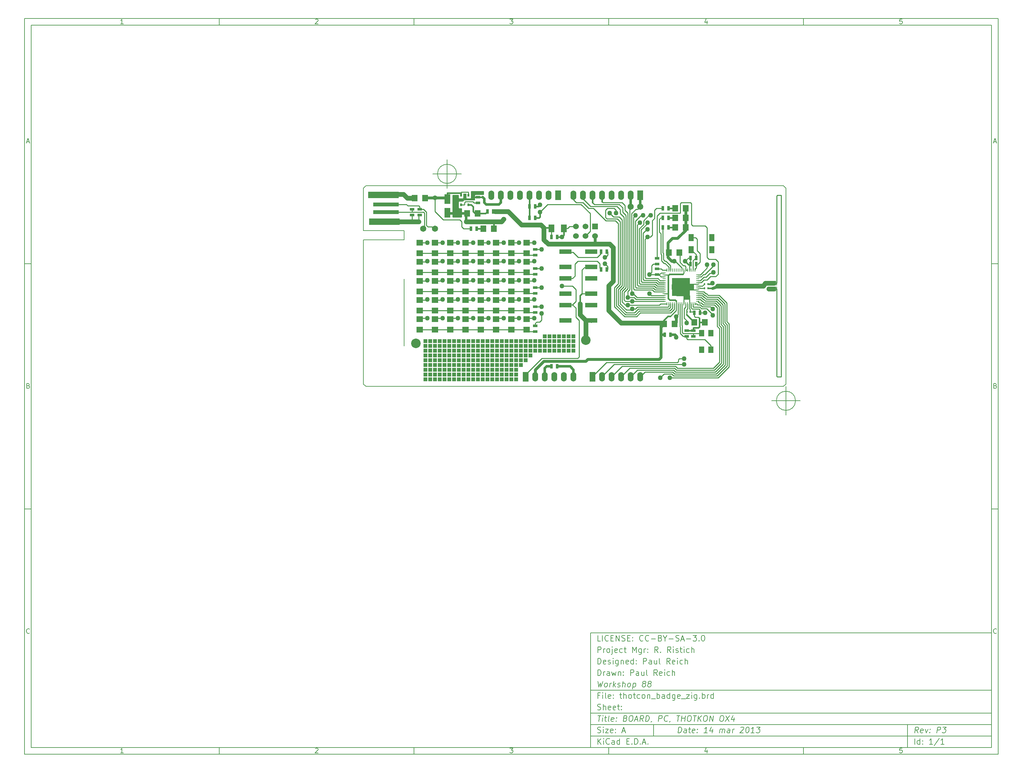
<source format=gtl>
G04 (created by PCBNEW (2012-11-15 BZR 3804)-stable) date Wed 13 Mar 2013 22:39:17 CDT*
%MOIN*%
G04 Gerber Fmt 3.4, Leading zero omitted, Abs format*
%FSLAX34Y34*%
G01*
G70*
G90*
G04 APERTURE LIST*
%ADD10C,0.006*%
%ADD11C,0.00590551*%
%ADD12R,0.0106299X0.0334*%
%ADD13R,0.0334X0.0106299*%
%ADD14R,0.045X0.045*%
%ADD15R,0.096X0.04*%
%ADD16R,0.045X0.096*%
%ADD17R,0.095X0.04*%
%ADD18R,0.098X0.115*%
%ADD19R,0.02X0.03*%
%ADD20R,0.055X0.055*%
%ADD21R,0.0551181X0.0708661*%
%ADD22R,0.052X0.075*%
%ADD23R,0.32X0.07*%
%ADD24R,0.27X0.04*%
%ADD25R,0.05X0.05*%
%ADD26R,0.01X0.05*%
%ADD27R,0.01X0.01*%
%ADD28R,0.063X0.071*%
%ADD29R,0.045X0.025*%
%ADD30R,0.025X0.045*%
%ADD31R,0.06X0.06*%
%ADD32C,0.06*%
%ADD33R,0.0157X0.0236*%
%ADD34R,0.063X0.1024*%
%ADD35C,0.065*%
%ADD36C,0.1*%
%ADD37R,0.13X0.05*%
%ADD38R,0.06X0.1*%
%ADD39O,0.06X0.1*%
%ADD40R,0.06X0.08*%
%ADD41R,0.0629X0.0709*%
%ADD42R,0.0709X0.0629*%
%ADD43R,0.04X0.04*%
%ADD44C,0.05*%
%ADD45C,0.025*%
%ADD46C,0.03*%
%ADD47C,0.015*%
%ADD48C,0.009*%
%ADD49C,0.01*%
%ADD50C,0.05*%
%ADD51C,0.002*%
G04 APERTURE END LIST*
G54D10*
X-41000Y34000D02*
X61000Y34000D01*
X61000Y-43000D01*
X-41000Y-43000D01*
X-41000Y34000D01*
X-40300Y33300D02*
X60300Y33300D01*
X60300Y-42300D01*
X-40300Y-42300D01*
X-40300Y33300D01*
X-20600Y34000D02*
X-20600Y33300D01*
X-30657Y33447D02*
X-30942Y33447D01*
X-30800Y33447D02*
X-30800Y33947D01*
X-30847Y33876D01*
X-30895Y33828D01*
X-30942Y33804D01*
X-20600Y-43000D02*
X-20600Y-42300D01*
X-30657Y-42852D02*
X-30942Y-42852D01*
X-30800Y-42852D02*
X-30800Y-42352D01*
X-30847Y-42423D01*
X-30895Y-42471D01*
X-30942Y-42495D01*
X-200Y34000D02*
X-200Y33300D01*
X-10542Y33900D02*
X-10519Y33923D01*
X-10471Y33947D01*
X-10352Y33947D01*
X-10304Y33923D01*
X-10280Y33900D01*
X-10257Y33852D01*
X-10257Y33804D01*
X-10280Y33733D01*
X-10566Y33447D01*
X-10257Y33447D01*
X-200Y-43000D02*
X-200Y-42300D01*
X-10542Y-42400D02*
X-10519Y-42376D01*
X-10471Y-42352D01*
X-10352Y-42352D01*
X-10304Y-42376D01*
X-10280Y-42400D01*
X-10257Y-42447D01*
X-10257Y-42495D01*
X-10280Y-42566D01*
X-10566Y-42852D01*
X-10257Y-42852D01*
X20200Y34000D02*
X20200Y33300D01*
X9833Y33947D02*
X10142Y33947D01*
X9976Y33757D01*
X10047Y33757D01*
X10095Y33733D01*
X10119Y33709D01*
X10142Y33661D01*
X10142Y33542D01*
X10119Y33495D01*
X10095Y33471D01*
X10047Y33447D01*
X9904Y33447D01*
X9857Y33471D01*
X9833Y33495D01*
X20200Y-43000D02*
X20200Y-42300D01*
X9833Y-42352D02*
X10142Y-42352D01*
X9976Y-42542D01*
X10047Y-42542D01*
X10095Y-42566D01*
X10119Y-42590D01*
X10142Y-42638D01*
X10142Y-42757D01*
X10119Y-42804D01*
X10095Y-42828D01*
X10047Y-42852D01*
X9904Y-42852D01*
X9857Y-42828D01*
X9833Y-42804D01*
X40600Y34000D02*
X40600Y33300D01*
X30495Y33780D02*
X30495Y33447D01*
X30376Y33971D02*
X30257Y33614D01*
X30566Y33614D01*
X40600Y-43000D02*
X40600Y-42300D01*
X30495Y-42519D02*
X30495Y-42852D01*
X30376Y-42328D02*
X30257Y-42685D01*
X30566Y-42685D01*
X50919Y33947D02*
X50680Y33947D01*
X50657Y33709D01*
X50680Y33733D01*
X50728Y33757D01*
X50847Y33757D01*
X50895Y33733D01*
X50919Y33709D01*
X50942Y33661D01*
X50942Y33542D01*
X50919Y33495D01*
X50895Y33471D01*
X50847Y33447D01*
X50728Y33447D01*
X50680Y33471D01*
X50657Y33495D01*
X50919Y-42352D02*
X50680Y-42352D01*
X50657Y-42590D01*
X50680Y-42566D01*
X50728Y-42542D01*
X50847Y-42542D01*
X50895Y-42566D01*
X50919Y-42590D01*
X50942Y-42638D01*
X50942Y-42757D01*
X50919Y-42804D01*
X50895Y-42828D01*
X50847Y-42852D01*
X50728Y-42852D01*
X50680Y-42828D01*
X50657Y-42804D01*
X-41000Y8340D02*
X-40300Y8340D01*
X-40769Y21110D02*
X-40530Y21110D01*
X-40816Y20967D02*
X-40649Y21467D01*
X-40483Y20967D01*
X61000Y8340D02*
X60300Y8340D01*
X60530Y21110D02*
X60769Y21110D01*
X60483Y20967D02*
X60650Y21467D01*
X60816Y20967D01*
X-41000Y-17320D02*
X-40300Y-17320D01*
X-40614Y-4430D02*
X-40542Y-4454D01*
X-40519Y-4478D01*
X-40495Y-4525D01*
X-40495Y-4597D01*
X-40519Y-4644D01*
X-40542Y-4668D01*
X-40590Y-4692D01*
X-40780Y-4692D01*
X-40780Y-4192D01*
X-40614Y-4192D01*
X-40566Y-4216D01*
X-40542Y-4240D01*
X-40519Y-4287D01*
X-40519Y-4335D01*
X-40542Y-4382D01*
X-40566Y-4406D01*
X-40614Y-4430D01*
X-40780Y-4430D01*
X61000Y-17320D02*
X60300Y-17320D01*
X60685Y-4430D02*
X60757Y-4454D01*
X60780Y-4478D01*
X60804Y-4525D01*
X60804Y-4597D01*
X60780Y-4644D01*
X60757Y-4668D01*
X60709Y-4692D01*
X60519Y-4692D01*
X60519Y-4192D01*
X60685Y-4192D01*
X60733Y-4216D01*
X60757Y-4240D01*
X60780Y-4287D01*
X60780Y-4335D01*
X60757Y-4382D01*
X60733Y-4406D01*
X60685Y-4430D01*
X60519Y-4430D01*
X-40495Y-30304D02*
X-40519Y-30328D01*
X-40590Y-30352D01*
X-40638Y-30352D01*
X-40709Y-30328D01*
X-40757Y-30280D01*
X-40780Y-30233D01*
X-40804Y-30138D01*
X-40804Y-30066D01*
X-40780Y-29971D01*
X-40757Y-29923D01*
X-40709Y-29876D01*
X-40638Y-29852D01*
X-40590Y-29852D01*
X-40519Y-29876D01*
X-40495Y-29900D01*
X60804Y-30304D02*
X60780Y-30328D01*
X60709Y-30352D01*
X60661Y-30352D01*
X60590Y-30328D01*
X60542Y-30280D01*
X60519Y-30233D01*
X60495Y-30138D01*
X60495Y-30066D01*
X60519Y-29971D01*
X60542Y-29923D01*
X60590Y-29876D01*
X60661Y-29852D01*
X60709Y-29852D01*
X60780Y-29876D01*
X60804Y-29900D01*
X27450Y-40742D02*
X27525Y-40142D01*
X27667Y-40142D01*
X27750Y-40171D01*
X27800Y-40228D01*
X27821Y-40285D01*
X27835Y-40400D01*
X27825Y-40485D01*
X27782Y-40600D01*
X27746Y-40657D01*
X27682Y-40714D01*
X27592Y-40742D01*
X27450Y-40742D01*
X28307Y-40742D02*
X28346Y-40428D01*
X28325Y-40371D01*
X28271Y-40342D01*
X28157Y-40342D01*
X28096Y-40371D01*
X28310Y-40714D02*
X28250Y-40742D01*
X28107Y-40742D01*
X28053Y-40714D01*
X28032Y-40657D01*
X28039Y-40600D01*
X28075Y-40542D01*
X28135Y-40514D01*
X28278Y-40514D01*
X28339Y-40485D01*
X28557Y-40342D02*
X28785Y-40342D01*
X28667Y-40142D02*
X28603Y-40657D01*
X28625Y-40714D01*
X28678Y-40742D01*
X28735Y-40742D01*
X29167Y-40714D02*
X29107Y-40742D01*
X28992Y-40742D01*
X28939Y-40714D01*
X28917Y-40657D01*
X28946Y-40428D01*
X28982Y-40371D01*
X29042Y-40342D01*
X29157Y-40342D01*
X29210Y-40371D01*
X29232Y-40428D01*
X29225Y-40485D01*
X28932Y-40542D01*
X29457Y-40685D02*
X29482Y-40714D01*
X29450Y-40742D01*
X29425Y-40714D01*
X29457Y-40685D01*
X29450Y-40742D01*
X29496Y-40371D02*
X29521Y-40400D01*
X29489Y-40428D01*
X29464Y-40400D01*
X29496Y-40371D01*
X29489Y-40428D01*
X30507Y-40742D02*
X30164Y-40742D01*
X30335Y-40742D02*
X30410Y-40142D01*
X30342Y-40228D01*
X30278Y-40285D01*
X30217Y-40314D01*
X31071Y-40342D02*
X31021Y-40742D01*
X30957Y-40114D02*
X30760Y-40542D01*
X31132Y-40542D01*
X31792Y-40742D02*
X31842Y-40342D01*
X31835Y-40400D02*
X31867Y-40371D01*
X31928Y-40342D01*
X32014Y-40342D01*
X32067Y-40371D01*
X32089Y-40428D01*
X32050Y-40742D01*
X32089Y-40428D02*
X32125Y-40371D01*
X32185Y-40342D01*
X32271Y-40342D01*
X32325Y-40371D01*
X32346Y-40428D01*
X32307Y-40742D01*
X32850Y-40742D02*
X32889Y-40428D01*
X32867Y-40371D01*
X32814Y-40342D01*
X32700Y-40342D01*
X32639Y-40371D01*
X32853Y-40714D02*
X32792Y-40742D01*
X32650Y-40742D01*
X32596Y-40714D01*
X32575Y-40657D01*
X32582Y-40600D01*
X32617Y-40542D01*
X32678Y-40514D01*
X32821Y-40514D01*
X32882Y-40485D01*
X33135Y-40742D02*
X33185Y-40342D01*
X33171Y-40457D02*
X33207Y-40400D01*
X33239Y-40371D01*
X33300Y-40342D01*
X33357Y-40342D01*
X34003Y-40200D02*
X34035Y-40171D01*
X34096Y-40142D01*
X34239Y-40142D01*
X34292Y-40171D01*
X34317Y-40200D01*
X34339Y-40257D01*
X34332Y-40314D01*
X34292Y-40400D01*
X33907Y-40742D01*
X34278Y-40742D01*
X34725Y-40142D02*
X34782Y-40142D01*
X34835Y-40171D01*
X34860Y-40200D01*
X34882Y-40257D01*
X34896Y-40371D01*
X34878Y-40514D01*
X34835Y-40628D01*
X34800Y-40685D01*
X34767Y-40714D01*
X34707Y-40742D01*
X34650Y-40742D01*
X34596Y-40714D01*
X34571Y-40685D01*
X34550Y-40628D01*
X34535Y-40514D01*
X34553Y-40371D01*
X34596Y-40257D01*
X34632Y-40200D01*
X34664Y-40171D01*
X34725Y-40142D01*
X35421Y-40742D02*
X35078Y-40742D01*
X35250Y-40742D02*
X35325Y-40142D01*
X35257Y-40228D01*
X35192Y-40285D01*
X35132Y-40314D01*
X35696Y-40142D02*
X36067Y-40142D01*
X35839Y-40371D01*
X35925Y-40371D01*
X35978Y-40400D01*
X36003Y-40428D01*
X36025Y-40485D01*
X36007Y-40628D01*
X35971Y-40685D01*
X35939Y-40714D01*
X35878Y-40742D01*
X35707Y-40742D01*
X35653Y-40714D01*
X35628Y-40685D01*
X19042Y-41942D02*
X19042Y-41342D01*
X19385Y-41942D02*
X19128Y-41600D01*
X19385Y-41342D02*
X19042Y-41685D01*
X19642Y-41942D02*
X19642Y-41542D01*
X19642Y-41342D02*
X19614Y-41371D01*
X19642Y-41400D01*
X19671Y-41371D01*
X19642Y-41342D01*
X19642Y-41400D01*
X20271Y-41885D02*
X20242Y-41914D01*
X20157Y-41942D01*
X20100Y-41942D01*
X20014Y-41914D01*
X19957Y-41857D01*
X19928Y-41800D01*
X19900Y-41685D01*
X19900Y-41600D01*
X19928Y-41485D01*
X19957Y-41428D01*
X20014Y-41371D01*
X20100Y-41342D01*
X20157Y-41342D01*
X20242Y-41371D01*
X20271Y-41400D01*
X20785Y-41942D02*
X20785Y-41628D01*
X20757Y-41571D01*
X20700Y-41542D01*
X20585Y-41542D01*
X20528Y-41571D01*
X20785Y-41914D02*
X20728Y-41942D01*
X20585Y-41942D01*
X20528Y-41914D01*
X20500Y-41857D01*
X20500Y-41800D01*
X20528Y-41742D01*
X20585Y-41714D01*
X20728Y-41714D01*
X20785Y-41685D01*
X21328Y-41942D02*
X21328Y-41342D01*
X21328Y-41914D02*
X21271Y-41942D01*
X21157Y-41942D01*
X21100Y-41914D01*
X21071Y-41885D01*
X21042Y-41828D01*
X21042Y-41657D01*
X21071Y-41600D01*
X21100Y-41571D01*
X21157Y-41542D01*
X21271Y-41542D01*
X21328Y-41571D01*
X22071Y-41628D02*
X22271Y-41628D01*
X22357Y-41942D02*
X22071Y-41942D01*
X22071Y-41342D01*
X22357Y-41342D01*
X22614Y-41885D02*
X22642Y-41914D01*
X22614Y-41942D01*
X22585Y-41914D01*
X22614Y-41885D01*
X22614Y-41942D01*
X22899Y-41942D02*
X22899Y-41342D01*
X23042Y-41342D01*
X23128Y-41371D01*
X23185Y-41428D01*
X23214Y-41485D01*
X23242Y-41600D01*
X23242Y-41685D01*
X23214Y-41800D01*
X23185Y-41857D01*
X23128Y-41914D01*
X23042Y-41942D01*
X22899Y-41942D01*
X23499Y-41885D02*
X23528Y-41914D01*
X23499Y-41942D01*
X23471Y-41914D01*
X23499Y-41885D01*
X23499Y-41942D01*
X23757Y-41771D02*
X24042Y-41771D01*
X23699Y-41942D02*
X23899Y-41342D01*
X24099Y-41942D01*
X24299Y-41885D02*
X24328Y-41914D01*
X24299Y-41942D01*
X24271Y-41914D01*
X24299Y-41885D01*
X24299Y-41942D01*
X52592Y-40742D02*
X52428Y-40457D01*
X52250Y-40742D02*
X52325Y-40142D01*
X52553Y-40142D01*
X52607Y-40171D01*
X52632Y-40200D01*
X52653Y-40257D01*
X52642Y-40342D01*
X52607Y-40400D01*
X52575Y-40428D01*
X52514Y-40457D01*
X52285Y-40457D01*
X53082Y-40714D02*
X53021Y-40742D01*
X52907Y-40742D01*
X52853Y-40714D01*
X52832Y-40657D01*
X52860Y-40428D01*
X52896Y-40371D01*
X52957Y-40342D01*
X53071Y-40342D01*
X53125Y-40371D01*
X53146Y-40428D01*
X53139Y-40485D01*
X52846Y-40542D01*
X53357Y-40342D02*
X53450Y-40742D01*
X53642Y-40342D01*
X53828Y-40685D02*
X53853Y-40714D01*
X53821Y-40742D01*
X53796Y-40714D01*
X53828Y-40685D01*
X53821Y-40742D01*
X53867Y-40371D02*
X53892Y-40400D01*
X53860Y-40428D01*
X53835Y-40400D01*
X53867Y-40371D01*
X53860Y-40428D01*
X54564Y-40742D02*
X54639Y-40142D01*
X54867Y-40142D01*
X54921Y-40171D01*
X54946Y-40200D01*
X54967Y-40257D01*
X54957Y-40342D01*
X54921Y-40400D01*
X54889Y-40428D01*
X54828Y-40457D01*
X54600Y-40457D01*
X55182Y-40142D02*
X55553Y-40142D01*
X55325Y-40371D01*
X55410Y-40371D01*
X55464Y-40400D01*
X55489Y-40428D01*
X55510Y-40485D01*
X55492Y-40628D01*
X55457Y-40685D01*
X55425Y-40714D01*
X55364Y-40742D01*
X55192Y-40742D01*
X55139Y-40714D01*
X55114Y-40685D01*
X19014Y-40714D02*
X19100Y-40742D01*
X19242Y-40742D01*
X19300Y-40714D01*
X19328Y-40685D01*
X19357Y-40628D01*
X19357Y-40571D01*
X19328Y-40514D01*
X19300Y-40485D01*
X19242Y-40457D01*
X19128Y-40428D01*
X19071Y-40400D01*
X19042Y-40371D01*
X19014Y-40314D01*
X19014Y-40257D01*
X19042Y-40200D01*
X19071Y-40171D01*
X19128Y-40142D01*
X19271Y-40142D01*
X19357Y-40171D01*
X19614Y-40742D02*
X19614Y-40342D01*
X19614Y-40142D02*
X19585Y-40171D01*
X19614Y-40200D01*
X19642Y-40171D01*
X19614Y-40142D01*
X19614Y-40200D01*
X19842Y-40342D02*
X20157Y-40342D01*
X19842Y-40742D01*
X20157Y-40742D01*
X20614Y-40714D02*
X20557Y-40742D01*
X20442Y-40742D01*
X20385Y-40714D01*
X20357Y-40657D01*
X20357Y-40428D01*
X20385Y-40371D01*
X20442Y-40342D01*
X20557Y-40342D01*
X20614Y-40371D01*
X20642Y-40428D01*
X20642Y-40485D01*
X20357Y-40542D01*
X20900Y-40685D02*
X20928Y-40714D01*
X20900Y-40742D01*
X20871Y-40714D01*
X20900Y-40685D01*
X20900Y-40742D01*
X20900Y-40371D02*
X20928Y-40400D01*
X20900Y-40428D01*
X20871Y-40400D01*
X20900Y-40371D01*
X20900Y-40428D01*
X21614Y-40571D02*
X21900Y-40571D01*
X21557Y-40742D02*
X21757Y-40142D01*
X21957Y-40742D01*
X52242Y-41942D02*
X52242Y-41342D01*
X52785Y-41942D02*
X52785Y-41342D01*
X52785Y-41914D02*
X52728Y-41942D01*
X52614Y-41942D01*
X52557Y-41914D01*
X52528Y-41885D01*
X52500Y-41828D01*
X52500Y-41657D01*
X52528Y-41600D01*
X52557Y-41571D01*
X52614Y-41542D01*
X52728Y-41542D01*
X52785Y-41571D01*
X53071Y-41885D02*
X53100Y-41914D01*
X53071Y-41942D01*
X53042Y-41914D01*
X53071Y-41885D01*
X53071Y-41942D01*
X53071Y-41571D02*
X53100Y-41600D01*
X53071Y-41628D01*
X53042Y-41600D01*
X53071Y-41571D01*
X53071Y-41628D01*
X54128Y-41942D02*
X53785Y-41942D01*
X53957Y-41942D02*
X53957Y-41342D01*
X53899Y-41428D01*
X53842Y-41485D01*
X53785Y-41514D01*
X54814Y-41314D02*
X54300Y-42085D01*
X55328Y-41942D02*
X54985Y-41942D01*
X55157Y-41942D02*
X55157Y-41342D01*
X55099Y-41428D01*
X55042Y-41485D01*
X54985Y-41514D01*
X19039Y-38942D02*
X19382Y-38942D01*
X19135Y-39542D02*
X19210Y-38942D01*
X19507Y-39542D02*
X19557Y-39142D01*
X19582Y-38942D02*
X19550Y-38971D01*
X19575Y-39000D01*
X19607Y-38971D01*
X19582Y-38942D01*
X19575Y-39000D01*
X19757Y-39142D02*
X19985Y-39142D01*
X19867Y-38942D02*
X19803Y-39457D01*
X19825Y-39514D01*
X19878Y-39542D01*
X19935Y-39542D01*
X20221Y-39542D02*
X20167Y-39514D01*
X20146Y-39457D01*
X20210Y-38942D01*
X20682Y-39514D02*
X20621Y-39542D01*
X20507Y-39542D01*
X20453Y-39514D01*
X20432Y-39457D01*
X20460Y-39228D01*
X20496Y-39171D01*
X20557Y-39142D01*
X20671Y-39142D01*
X20725Y-39171D01*
X20746Y-39228D01*
X20739Y-39285D01*
X20446Y-39342D01*
X20971Y-39485D02*
X20996Y-39514D01*
X20964Y-39542D01*
X20939Y-39514D01*
X20971Y-39485D01*
X20964Y-39542D01*
X21010Y-39171D02*
X21035Y-39200D01*
X21003Y-39228D01*
X20978Y-39200D01*
X21010Y-39171D01*
X21003Y-39228D01*
X21946Y-39228D02*
X22028Y-39257D01*
X22053Y-39285D01*
X22075Y-39342D01*
X22064Y-39428D01*
X22028Y-39485D01*
X21996Y-39514D01*
X21935Y-39542D01*
X21707Y-39542D01*
X21782Y-38942D01*
X21982Y-38942D01*
X22035Y-38971D01*
X22060Y-39000D01*
X22082Y-39057D01*
X22075Y-39114D01*
X22039Y-39171D01*
X22007Y-39200D01*
X21946Y-39228D01*
X21746Y-39228D01*
X22496Y-38942D02*
X22610Y-38942D01*
X22664Y-38971D01*
X22714Y-39028D01*
X22728Y-39142D01*
X22703Y-39342D01*
X22660Y-39457D01*
X22596Y-39514D01*
X22535Y-39542D01*
X22421Y-39542D01*
X22367Y-39514D01*
X22317Y-39457D01*
X22303Y-39342D01*
X22328Y-39142D01*
X22371Y-39028D01*
X22435Y-38971D01*
X22496Y-38942D01*
X22928Y-39371D02*
X23214Y-39371D01*
X22850Y-39542D02*
X23125Y-38942D01*
X23250Y-39542D01*
X23792Y-39542D02*
X23628Y-39257D01*
X23450Y-39542D02*
X23525Y-38942D01*
X23753Y-38942D01*
X23807Y-38971D01*
X23832Y-39000D01*
X23853Y-39057D01*
X23842Y-39142D01*
X23807Y-39200D01*
X23775Y-39228D01*
X23714Y-39257D01*
X23485Y-39257D01*
X24050Y-39542D02*
X24125Y-38942D01*
X24267Y-38942D01*
X24350Y-38971D01*
X24400Y-39028D01*
X24421Y-39085D01*
X24435Y-39200D01*
X24425Y-39285D01*
X24382Y-39400D01*
X24346Y-39457D01*
X24282Y-39514D01*
X24192Y-39542D01*
X24050Y-39542D01*
X24682Y-39514D02*
X24678Y-39542D01*
X24642Y-39600D01*
X24610Y-39628D01*
X25392Y-39542D02*
X25467Y-38942D01*
X25696Y-38942D01*
X25749Y-38971D01*
X25775Y-39000D01*
X25796Y-39057D01*
X25785Y-39142D01*
X25750Y-39200D01*
X25717Y-39228D01*
X25657Y-39257D01*
X25428Y-39257D01*
X26342Y-39485D02*
X26310Y-39514D01*
X26221Y-39542D01*
X26164Y-39542D01*
X26082Y-39514D01*
X26032Y-39457D01*
X26010Y-39400D01*
X25996Y-39285D01*
X26007Y-39200D01*
X26050Y-39085D01*
X26085Y-39028D01*
X26149Y-38971D01*
X26239Y-38942D01*
X26296Y-38942D01*
X26378Y-38971D01*
X26403Y-39000D01*
X26625Y-39514D02*
X26621Y-39542D01*
X26585Y-39600D01*
X26553Y-39628D01*
X27325Y-38942D02*
X27667Y-38942D01*
X27421Y-39542D02*
X27496Y-38942D01*
X27792Y-39542D02*
X27867Y-38942D01*
X27832Y-39228D02*
X28175Y-39228D01*
X28135Y-39542D02*
X28210Y-38942D01*
X28610Y-38942D02*
X28725Y-38942D01*
X28778Y-38971D01*
X28828Y-39028D01*
X28842Y-39142D01*
X28817Y-39342D01*
X28774Y-39457D01*
X28710Y-39514D01*
X28650Y-39542D01*
X28535Y-39542D01*
X28482Y-39514D01*
X28432Y-39457D01*
X28417Y-39342D01*
X28442Y-39142D01*
X28485Y-39028D01*
X28549Y-38971D01*
X28610Y-38942D01*
X29039Y-38942D02*
X29382Y-38942D01*
X29135Y-39542D02*
X29210Y-38942D01*
X29507Y-39542D02*
X29582Y-38942D01*
X29849Y-39542D02*
X29635Y-39200D01*
X29924Y-38942D02*
X29539Y-39285D01*
X30296Y-38942D02*
X30410Y-38942D01*
X30464Y-38971D01*
X30514Y-39028D01*
X30528Y-39142D01*
X30503Y-39342D01*
X30460Y-39457D01*
X30396Y-39514D01*
X30335Y-39542D01*
X30221Y-39542D01*
X30167Y-39514D01*
X30117Y-39457D01*
X30103Y-39342D01*
X30128Y-39142D01*
X30171Y-39028D01*
X30235Y-38971D01*
X30296Y-38942D01*
X30735Y-39542D02*
X30810Y-38942D01*
X31078Y-39542D01*
X31153Y-38942D01*
X32010Y-38942D02*
X32124Y-38942D01*
X32178Y-38971D01*
X32228Y-39028D01*
X32242Y-39142D01*
X32217Y-39342D01*
X32174Y-39457D01*
X32110Y-39514D01*
X32049Y-39542D01*
X31935Y-39542D01*
X31882Y-39514D01*
X31832Y-39457D01*
X31817Y-39342D01*
X31842Y-39142D01*
X31885Y-39028D01*
X31949Y-38971D01*
X32010Y-38942D01*
X32467Y-38942D02*
X32792Y-39542D01*
X32867Y-38942D02*
X32392Y-39542D01*
X33328Y-39142D02*
X33278Y-39542D01*
X33214Y-38914D02*
X33017Y-39342D01*
X33389Y-39342D01*
X19242Y-36828D02*
X19042Y-36828D01*
X19042Y-37142D02*
X19042Y-36542D01*
X19328Y-36542D01*
X19557Y-37142D02*
X19557Y-36742D01*
X19557Y-36542D02*
X19528Y-36571D01*
X19557Y-36600D01*
X19585Y-36571D01*
X19557Y-36542D01*
X19557Y-36600D01*
X19928Y-37142D02*
X19871Y-37114D01*
X19842Y-37057D01*
X19842Y-36542D01*
X20385Y-37114D02*
X20328Y-37142D01*
X20214Y-37142D01*
X20157Y-37114D01*
X20128Y-37057D01*
X20128Y-36828D01*
X20157Y-36771D01*
X20214Y-36742D01*
X20328Y-36742D01*
X20385Y-36771D01*
X20414Y-36828D01*
X20414Y-36885D01*
X20128Y-36942D01*
X20671Y-37085D02*
X20700Y-37114D01*
X20671Y-37142D01*
X20642Y-37114D01*
X20671Y-37085D01*
X20671Y-37142D01*
X20671Y-36771D02*
X20700Y-36800D01*
X20671Y-36828D01*
X20642Y-36800D01*
X20671Y-36771D01*
X20671Y-36828D01*
X21328Y-36742D02*
X21557Y-36742D01*
X21414Y-36542D02*
X21414Y-37057D01*
X21442Y-37114D01*
X21500Y-37142D01*
X21557Y-37142D01*
X21757Y-37142D02*
X21757Y-36542D01*
X22014Y-37142D02*
X22014Y-36828D01*
X21985Y-36771D01*
X21928Y-36742D01*
X21842Y-36742D01*
X21785Y-36771D01*
X21757Y-36800D01*
X22385Y-37142D02*
X22328Y-37114D01*
X22300Y-37085D01*
X22271Y-37028D01*
X22271Y-36857D01*
X22300Y-36800D01*
X22328Y-36771D01*
X22385Y-36742D01*
X22471Y-36742D01*
X22528Y-36771D01*
X22557Y-36800D01*
X22585Y-36857D01*
X22585Y-37028D01*
X22557Y-37085D01*
X22528Y-37114D01*
X22471Y-37142D01*
X22385Y-37142D01*
X22757Y-36742D02*
X22985Y-36742D01*
X22842Y-36542D02*
X22842Y-37057D01*
X22871Y-37114D01*
X22928Y-37142D01*
X22985Y-37142D01*
X23442Y-37114D02*
X23385Y-37142D01*
X23271Y-37142D01*
X23214Y-37114D01*
X23185Y-37085D01*
X23157Y-37028D01*
X23157Y-36857D01*
X23185Y-36800D01*
X23214Y-36771D01*
X23271Y-36742D01*
X23385Y-36742D01*
X23442Y-36771D01*
X23785Y-37142D02*
X23728Y-37114D01*
X23700Y-37085D01*
X23671Y-37028D01*
X23671Y-36857D01*
X23700Y-36800D01*
X23728Y-36771D01*
X23785Y-36742D01*
X23871Y-36742D01*
X23928Y-36771D01*
X23957Y-36800D01*
X23985Y-36857D01*
X23985Y-37028D01*
X23957Y-37085D01*
X23928Y-37114D01*
X23871Y-37142D01*
X23785Y-37142D01*
X24242Y-36742D02*
X24242Y-37142D01*
X24242Y-36800D02*
X24271Y-36771D01*
X24328Y-36742D01*
X24414Y-36742D01*
X24471Y-36771D01*
X24500Y-36828D01*
X24500Y-37142D01*
X24642Y-37200D02*
X25100Y-37200D01*
X25242Y-37142D02*
X25242Y-36542D01*
X25242Y-36771D02*
X25300Y-36742D01*
X25414Y-36742D01*
X25471Y-36771D01*
X25500Y-36800D01*
X25528Y-36857D01*
X25528Y-37028D01*
X25500Y-37085D01*
X25471Y-37114D01*
X25414Y-37142D01*
X25300Y-37142D01*
X25242Y-37114D01*
X26042Y-37142D02*
X26042Y-36828D01*
X26014Y-36771D01*
X25957Y-36742D01*
X25842Y-36742D01*
X25785Y-36771D01*
X26042Y-37114D02*
X25985Y-37142D01*
X25842Y-37142D01*
X25785Y-37114D01*
X25757Y-37057D01*
X25757Y-37000D01*
X25785Y-36942D01*
X25842Y-36914D01*
X25985Y-36914D01*
X26042Y-36885D01*
X26585Y-37142D02*
X26585Y-36542D01*
X26585Y-37114D02*
X26528Y-37142D01*
X26414Y-37142D01*
X26357Y-37114D01*
X26328Y-37085D01*
X26300Y-37028D01*
X26300Y-36857D01*
X26328Y-36800D01*
X26357Y-36771D01*
X26414Y-36742D01*
X26528Y-36742D01*
X26585Y-36771D01*
X27128Y-36742D02*
X27128Y-37228D01*
X27100Y-37285D01*
X27071Y-37314D01*
X27014Y-37342D01*
X26928Y-37342D01*
X26871Y-37314D01*
X27128Y-37114D02*
X27071Y-37142D01*
X26957Y-37142D01*
X26900Y-37114D01*
X26871Y-37085D01*
X26842Y-37028D01*
X26842Y-36857D01*
X26871Y-36800D01*
X26900Y-36771D01*
X26957Y-36742D01*
X27071Y-36742D01*
X27128Y-36771D01*
X27642Y-37114D02*
X27585Y-37142D01*
X27471Y-37142D01*
X27414Y-37114D01*
X27385Y-37057D01*
X27385Y-36828D01*
X27414Y-36771D01*
X27471Y-36742D01*
X27585Y-36742D01*
X27642Y-36771D01*
X27671Y-36828D01*
X27671Y-36885D01*
X27385Y-36942D01*
X27785Y-37200D02*
X28242Y-37200D01*
X28328Y-36742D02*
X28642Y-36742D01*
X28328Y-37142D01*
X28642Y-37142D01*
X28871Y-37142D02*
X28871Y-36742D01*
X28871Y-36542D02*
X28842Y-36571D01*
X28871Y-36600D01*
X28900Y-36571D01*
X28871Y-36542D01*
X28871Y-36600D01*
X29414Y-36742D02*
X29414Y-37228D01*
X29385Y-37285D01*
X29357Y-37314D01*
X29299Y-37342D01*
X29214Y-37342D01*
X29157Y-37314D01*
X29414Y-37114D02*
X29357Y-37142D01*
X29242Y-37142D01*
X29185Y-37114D01*
X29157Y-37085D01*
X29128Y-37028D01*
X29128Y-36857D01*
X29157Y-36800D01*
X29185Y-36771D01*
X29242Y-36742D01*
X29357Y-36742D01*
X29414Y-36771D01*
X29699Y-37085D02*
X29728Y-37114D01*
X29699Y-37142D01*
X29671Y-37114D01*
X29699Y-37085D01*
X29699Y-37142D01*
X29985Y-37142D02*
X29985Y-36542D01*
X29985Y-36771D02*
X30042Y-36742D01*
X30157Y-36742D01*
X30214Y-36771D01*
X30242Y-36800D01*
X30271Y-36857D01*
X30271Y-37028D01*
X30242Y-37085D01*
X30214Y-37114D01*
X30157Y-37142D01*
X30042Y-37142D01*
X29985Y-37114D01*
X30528Y-37142D02*
X30528Y-36742D01*
X30528Y-36857D02*
X30557Y-36800D01*
X30585Y-36771D01*
X30642Y-36742D01*
X30699Y-36742D01*
X31157Y-37142D02*
X31157Y-36542D01*
X31157Y-37114D02*
X31099Y-37142D01*
X30985Y-37142D01*
X30928Y-37114D01*
X30899Y-37085D01*
X30871Y-37028D01*
X30871Y-36857D01*
X30899Y-36800D01*
X30928Y-36771D01*
X30985Y-36742D01*
X31099Y-36742D01*
X31157Y-36771D01*
X19014Y-38314D02*
X19100Y-38342D01*
X19242Y-38342D01*
X19300Y-38314D01*
X19328Y-38285D01*
X19357Y-38228D01*
X19357Y-38171D01*
X19328Y-38114D01*
X19300Y-38085D01*
X19242Y-38057D01*
X19128Y-38028D01*
X19071Y-38000D01*
X19042Y-37971D01*
X19014Y-37914D01*
X19014Y-37857D01*
X19042Y-37800D01*
X19071Y-37771D01*
X19128Y-37742D01*
X19271Y-37742D01*
X19357Y-37771D01*
X19614Y-38342D02*
X19614Y-37742D01*
X19871Y-38342D02*
X19871Y-38028D01*
X19842Y-37971D01*
X19785Y-37942D01*
X19700Y-37942D01*
X19642Y-37971D01*
X19614Y-38000D01*
X20385Y-38314D02*
X20328Y-38342D01*
X20214Y-38342D01*
X20157Y-38314D01*
X20128Y-38257D01*
X20128Y-38028D01*
X20157Y-37971D01*
X20214Y-37942D01*
X20328Y-37942D01*
X20385Y-37971D01*
X20414Y-38028D01*
X20414Y-38085D01*
X20128Y-38142D01*
X20900Y-38314D02*
X20842Y-38342D01*
X20728Y-38342D01*
X20671Y-38314D01*
X20642Y-38257D01*
X20642Y-38028D01*
X20671Y-37971D01*
X20728Y-37942D01*
X20842Y-37942D01*
X20900Y-37971D01*
X20928Y-38028D01*
X20928Y-38085D01*
X20642Y-38142D01*
X21100Y-37942D02*
X21328Y-37942D01*
X21185Y-37742D02*
X21185Y-38257D01*
X21214Y-38314D01*
X21271Y-38342D01*
X21328Y-38342D01*
X21528Y-38285D02*
X21557Y-38314D01*
X21528Y-38342D01*
X21500Y-38314D01*
X21528Y-38285D01*
X21528Y-38342D01*
X21528Y-37971D02*
X21557Y-38000D01*
X21528Y-38028D01*
X21500Y-38000D01*
X21528Y-37971D01*
X21528Y-38028D01*
X19067Y-35342D02*
X19135Y-35942D01*
X19303Y-35514D01*
X19364Y-35942D01*
X19582Y-35342D01*
X19821Y-35942D02*
X19767Y-35914D01*
X19742Y-35885D01*
X19721Y-35828D01*
X19742Y-35657D01*
X19778Y-35600D01*
X19810Y-35571D01*
X19871Y-35542D01*
X19957Y-35542D01*
X20010Y-35571D01*
X20035Y-35600D01*
X20057Y-35657D01*
X20035Y-35828D01*
X20000Y-35885D01*
X19967Y-35914D01*
X19907Y-35942D01*
X19821Y-35942D01*
X20278Y-35942D02*
X20328Y-35542D01*
X20314Y-35657D02*
X20350Y-35600D01*
X20382Y-35571D01*
X20442Y-35542D01*
X20500Y-35542D01*
X20650Y-35942D02*
X20725Y-35342D01*
X20735Y-35714D02*
X20878Y-35942D01*
X20928Y-35542D02*
X20671Y-35771D01*
X21110Y-35914D02*
X21164Y-35942D01*
X21278Y-35942D01*
X21339Y-35914D01*
X21375Y-35857D01*
X21378Y-35828D01*
X21357Y-35771D01*
X21303Y-35742D01*
X21217Y-35742D01*
X21164Y-35714D01*
X21142Y-35657D01*
X21146Y-35628D01*
X21182Y-35571D01*
X21242Y-35542D01*
X21328Y-35542D01*
X21382Y-35571D01*
X21621Y-35942D02*
X21696Y-35342D01*
X21878Y-35942D02*
X21917Y-35628D01*
X21896Y-35571D01*
X21842Y-35542D01*
X21757Y-35542D01*
X21696Y-35571D01*
X21664Y-35600D01*
X22249Y-35942D02*
X22196Y-35914D01*
X22171Y-35885D01*
X22150Y-35828D01*
X22171Y-35657D01*
X22207Y-35600D01*
X22239Y-35571D01*
X22299Y-35542D01*
X22385Y-35542D01*
X22439Y-35571D01*
X22464Y-35600D01*
X22485Y-35657D01*
X22464Y-35828D01*
X22428Y-35885D01*
X22396Y-35914D01*
X22335Y-35942D01*
X22249Y-35942D01*
X22757Y-35542D02*
X22682Y-36142D01*
X22753Y-35571D02*
X22814Y-35542D01*
X22928Y-35542D01*
X22982Y-35571D01*
X23007Y-35600D01*
X23028Y-35657D01*
X23007Y-35828D01*
X22971Y-35885D01*
X22939Y-35914D01*
X22878Y-35942D01*
X22764Y-35942D01*
X22710Y-35914D01*
X23835Y-35600D02*
X23782Y-35571D01*
X23757Y-35542D01*
X23735Y-35485D01*
X23739Y-35457D01*
X23774Y-35400D01*
X23807Y-35371D01*
X23867Y-35342D01*
X23982Y-35342D01*
X24035Y-35371D01*
X24060Y-35400D01*
X24082Y-35457D01*
X24078Y-35485D01*
X24042Y-35542D01*
X24010Y-35571D01*
X23949Y-35600D01*
X23835Y-35600D01*
X23775Y-35628D01*
X23742Y-35657D01*
X23707Y-35714D01*
X23692Y-35828D01*
X23714Y-35885D01*
X23739Y-35914D01*
X23792Y-35942D01*
X23907Y-35942D01*
X23967Y-35914D01*
X23999Y-35885D01*
X24035Y-35828D01*
X24049Y-35714D01*
X24028Y-35657D01*
X24003Y-35628D01*
X23949Y-35600D01*
X24407Y-35600D02*
X24353Y-35571D01*
X24328Y-35542D01*
X24307Y-35485D01*
X24310Y-35457D01*
X24346Y-35400D01*
X24378Y-35371D01*
X24439Y-35342D01*
X24553Y-35342D01*
X24607Y-35371D01*
X24632Y-35400D01*
X24653Y-35457D01*
X24650Y-35485D01*
X24614Y-35542D01*
X24582Y-35571D01*
X24521Y-35600D01*
X24407Y-35600D01*
X24346Y-35628D01*
X24314Y-35657D01*
X24278Y-35714D01*
X24264Y-35828D01*
X24285Y-35885D01*
X24310Y-35914D01*
X24364Y-35942D01*
X24478Y-35942D01*
X24539Y-35914D01*
X24571Y-35885D01*
X24607Y-35828D01*
X24621Y-35714D01*
X24599Y-35657D01*
X24575Y-35628D01*
X24521Y-35600D01*
X19042Y-34742D02*
X19042Y-34142D01*
X19185Y-34142D01*
X19271Y-34171D01*
X19328Y-34228D01*
X19357Y-34285D01*
X19385Y-34400D01*
X19385Y-34485D01*
X19357Y-34600D01*
X19328Y-34657D01*
X19271Y-34714D01*
X19185Y-34742D01*
X19042Y-34742D01*
X19642Y-34742D02*
X19642Y-34342D01*
X19642Y-34457D02*
X19671Y-34400D01*
X19700Y-34371D01*
X19757Y-34342D01*
X19814Y-34342D01*
X20271Y-34742D02*
X20271Y-34428D01*
X20242Y-34371D01*
X20185Y-34342D01*
X20071Y-34342D01*
X20014Y-34371D01*
X20271Y-34714D02*
X20214Y-34742D01*
X20071Y-34742D01*
X20014Y-34714D01*
X19985Y-34657D01*
X19985Y-34600D01*
X20014Y-34542D01*
X20071Y-34514D01*
X20214Y-34514D01*
X20271Y-34485D01*
X20500Y-34342D02*
X20614Y-34742D01*
X20728Y-34457D01*
X20842Y-34742D01*
X20957Y-34342D01*
X21185Y-34342D02*
X21185Y-34742D01*
X21185Y-34400D02*
X21214Y-34371D01*
X21271Y-34342D01*
X21357Y-34342D01*
X21414Y-34371D01*
X21442Y-34428D01*
X21442Y-34742D01*
X21728Y-34685D02*
X21757Y-34714D01*
X21728Y-34742D01*
X21700Y-34714D01*
X21728Y-34685D01*
X21728Y-34742D01*
X21728Y-34371D02*
X21757Y-34400D01*
X21728Y-34428D01*
X21700Y-34400D01*
X21728Y-34371D01*
X21728Y-34428D01*
X22471Y-34742D02*
X22471Y-34142D01*
X22700Y-34142D01*
X22757Y-34171D01*
X22785Y-34200D01*
X22814Y-34257D01*
X22814Y-34342D01*
X22785Y-34400D01*
X22757Y-34428D01*
X22700Y-34457D01*
X22471Y-34457D01*
X23328Y-34742D02*
X23328Y-34428D01*
X23300Y-34371D01*
X23242Y-34342D01*
X23128Y-34342D01*
X23071Y-34371D01*
X23328Y-34714D02*
X23271Y-34742D01*
X23128Y-34742D01*
X23071Y-34714D01*
X23042Y-34657D01*
X23042Y-34600D01*
X23071Y-34542D01*
X23128Y-34514D01*
X23271Y-34514D01*
X23328Y-34485D01*
X23871Y-34342D02*
X23871Y-34742D01*
X23614Y-34342D02*
X23614Y-34657D01*
X23642Y-34714D01*
X23699Y-34742D01*
X23785Y-34742D01*
X23842Y-34714D01*
X23871Y-34685D01*
X24242Y-34742D02*
X24185Y-34714D01*
X24157Y-34657D01*
X24157Y-34142D01*
X25271Y-34742D02*
X25071Y-34457D01*
X24928Y-34742D02*
X24928Y-34142D01*
X25157Y-34142D01*
X25214Y-34171D01*
X25242Y-34200D01*
X25271Y-34257D01*
X25271Y-34342D01*
X25242Y-34400D01*
X25214Y-34428D01*
X25157Y-34457D01*
X24928Y-34457D01*
X25757Y-34714D02*
X25700Y-34742D01*
X25585Y-34742D01*
X25528Y-34714D01*
X25500Y-34657D01*
X25500Y-34428D01*
X25528Y-34371D01*
X25585Y-34342D01*
X25700Y-34342D01*
X25757Y-34371D01*
X25785Y-34428D01*
X25785Y-34485D01*
X25500Y-34542D01*
X26042Y-34742D02*
X26042Y-34342D01*
X26042Y-34142D02*
X26014Y-34171D01*
X26042Y-34200D01*
X26071Y-34171D01*
X26042Y-34142D01*
X26042Y-34200D01*
X26585Y-34714D02*
X26528Y-34742D01*
X26414Y-34742D01*
X26357Y-34714D01*
X26328Y-34685D01*
X26300Y-34628D01*
X26300Y-34457D01*
X26328Y-34400D01*
X26357Y-34371D01*
X26414Y-34342D01*
X26528Y-34342D01*
X26585Y-34371D01*
X26842Y-34742D02*
X26842Y-34142D01*
X27100Y-34742D02*
X27100Y-34428D01*
X27071Y-34371D01*
X27014Y-34342D01*
X26928Y-34342D01*
X26871Y-34371D01*
X26842Y-34400D01*
X19042Y-33542D02*
X19042Y-32942D01*
X19185Y-32942D01*
X19271Y-32971D01*
X19328Y-33028D01*
X19357Y-33085D01*
X19385Y-33200D01*
X19385Y-33285D01*
X19357Y-33400D01*
X19328Y-33457D01*
X19271Y-33514D01*
X19185Y-33542D01*
X19042Y-33542D01*
X19871Y-33514D02*
X19814Y-33542D01*
X19700Y-33542D01*
X19642Y-33514D01*
X19614Y-33457D01*
X19614Y-33228D01*
X19642Y-33171D01*
X19700Y-33142D01*
X19814Y-33142D01*
X19871Y-33171D01*
X19900Y-33228D01*
X19900Y-33285D01*
X19614Y-33342D01*
X20128Y-33514D02*
X20185Y-33542D01*
X20300Y-33542D01*
X20357Y-33514D01*
X20385Y-33457D01*
X20385Y-33428D01*
X20357Y-33371D01*
X20300Y-33342D01*
X20214Y-33342D01*
X20157Y-33314D01*
X20128Y-33257D01*
X20128Y-33228D01*
X20157Y-33171D01*
X20214Y-33142D01*
X20300Y-33142D01*
X20357Y-33171D01*
X20642Y-33542D02*
X20642Y-33142D01*
X20642Y-32942D02*
X20614Y-32971D01*
X20642Y-33000D01*
X20671Y-32971D01*
X20642Y-32942D01*
X20642Y-33000D01*
X21185Y-33142D02*
X21185Y-33628D01*
X21157Y-33685D01*
X21128Y-33714D01*
X21071Y-33742D01*
X20985Y-33742D01*
X20928Y-33714D01*
X21185Y-33514D02*
X21128Y-33542D01*
X21014Y-33542D01*
X20957Y-33514D01*
X20928Y-33485D01*
X20900Y-33428D01*
X20900Y-33257D01*
X20928Y-33200D01*
X20957Y-33171D01*
X21014Y-33142D01*
X21128Y-33142D01*
X21185Y-33171D01*
X21471Y-33142D02*
X21471Y-33542D01*
X21471Y-33200D02*
X21500Y-33171D01*
X21557Y-33142D01*
X21642Y-33142D01*
X21700Y-33171D01*
X21728Y-33228D01*
X21728Y-33542D01*
X22242Y-33514D02*
X22185Y-33542D01*
X22071Y-33542D01*
X22014Y-33514D01*
X21985Y-33457D01*
X21985Y-33228D01*
X22014Y-33171D01*
X22071Y-33142D01*
X22185Y-33142D01*
X22242Y-33171D01*
X22271Y-33228D01*
X22271Y-33285D01*
X21985Y-33342D01*
X22785Y-33542D02*
X22785Y-32942D01*
X22785Y-33514D02*
X22728Y-33542D01*
X22614Y-33542D01*
X22557Y-33514D01*
X22528Y-33485D01*
X22500Y-33428D01*
X22500Y-33257D01*
X22528Y-33200D01*
X22557Y-33171D01*
X22614Y-33142D01*
X22728Y-33142D01*
X22785Y-33171D01*
X23071Y-33485D02*
X23100Y-33514D01*
X23071Y-33542D01*
X23042Y-33514D01*
X23071Y-33485D01*
X23071Y-33542D01*
X23071Y-33171D02*
X23100Y-33200D01*
X23071Y-33228D01*
X23042Y-33200D01*
X23071Y-33171D01*
X23071Y-33228D01*
X23814Y-33542D02*
X23814Y-32942D01*
X24042Y-32942D01*
X24099Y-32971D01*
X24128Y-33000D01*
X24157Y-33057D01*
X24157Y-33142D01*
X24128Y-33200D01*
X24099Y-33228D01*
X24042Y-33257D01*
X23814Y-33257D01*
X24671Y-33542D02*
X24671Y-33228D01*
X24642Y-33171D01*
X24585Y-33142D01*
X24471Y-33142D01*
X24414Y-33171D01*
X24671Y-33514D02*
X24614Y-33542D01*
X24471Y-33542D01*
X24414Y-33514D01*
X24385Y-33457D01*
X24385Y-33400D01*
X24414Y-33342D01*
X24471Y-33314D01*
X24614Y-33314D01*
X24671Y-33285D01*
X25214Y-33142D02*
X25214Y-33542D01*
X24957Y-33142D02*
X24957Y-33457D01*
X24985Y-33514D01*
X25042Y-33542D01*
X25128Y-33542D01*
X25185Y-33514D01*
X25214Y-33485D01*
X25585Y-33542D02*
X25528Y-33514D01*
X25499Y-33457D01*
X25499Y-32942D01*
X26614Y-33542D02*
X26414Y-33257D01*
X26271Y-33542D02*
X26271Y-32942D01*
X26500Y-32942D01*
X26557Y-32971D01*
X26585Y-33000D01*
X26614Y-33057D01*
X26614Y-33142D01*
X26585Y-33200D01*
X26557Y-33228D01*
X26500Y-33257D01*
X26271Y-33257D01*
X27100Y-33514D02*
X27042Y-33542D01*
X26928Y-33542D01*
X26871Y-33514D01*
X26842Y-33457D01*
X26842Y-33228D01*
X26871Y-33171D01*
X26928Y-33142D01*
X27042Y-33142D01*
X27100Y-33171D01*
X27128Y-33228D01*
X27128Y-33285D01*
X26842Y-33342D01*
X27385Y-33542D02*
X27385Y-33142D01*
X27385Y-32942D02*
X27357Y-32971D01*
X27385Y-33000D01*
X27414Y-32971D01*
X27385Y-32942D01*
X27385Y-33000D01*
X27928Y-33514D02*
X27871Y-33542D01*
X27757Y-33542D01*
X27700Y-33514D01*
X27671Y-33485D01*
X27642Y-33428D01*
X27642Y-33257D01*
X27671Y-33200D01*
X27700Y-33171D01*
X27757Y-33142D01*
X27871Y-33142D01*
X27928Y-33171D01*
X28185Y-33542D02*
X28185Y-32942D01*
X28442Y-33542D02*
X28442Y-33228D01*
X28414Y-33171D01*
X28357Y-33142D01*
X28271Y-33142D01*
X28214Y-33171D01*
X28185Y-33200D01*
X19042Y-32342D02*
X19042Y-31742D01*
X19271Y-31742D01*
X19328Y-31771D01*
X19357Y-31800D01*
X19385Y-31857D01*
X19385Y-31942D01*
X19357Y-32000D01*
X19328Y-32028D01*
X19271Y-32057D01*
X19042Y-32057D01*
X19642Y-32342D02*
X19642Y-31942D01*
X19642Y-32057D02*
X19671Y-32000D01*
X19700Y-31971D01*
X19757Y-31942D01*
X19814Y-31942D01*
X20100Y-32342D02*
X20042Y-32314D01*
X20014Y-32285D01*
X19985Y-32228D01*
X19985Y-32057D01*
X20014Y-32000D01*
X20042Y-31971D01*
X20100Y-31942D01*
X20185Y-31942D01*
X20242Y-31971D01*
X20271Y-32000D01*
X20300Y-32057D01*
X20300Y-32228D01*
X20271Y-32285D01*
X20242Y-32314D01*
X20185Y-32342D01*
X20100Y-32342D01*
X20557Y-31942D02*
X20557Y-32457D01*
X20528Y-32514D01*
X20471Y-32542D01*
X20442Y-32542D01*
X20557Y-31742D02*
X20528Y-31771D01*
X20557Y-31800D01*
X20585Y-31771D01*
X20557Y-31742D01*
X20557Y-31800D01*
X21071Y-32314D02*
X21014Y-32342D01*
X20900Y-32342D01*
X20842Y-32314D01*
X20814Y-32257D01*
X20814Y-32028D01*
X20842Y-31971D01*
X20900Y-31942D01*
X21014Y-31942D01*
X21071Y-31971D01*
X21100Y-32028D01*
X21100Y-32085D01*
X20814Y-32142D01*
X21614Y-32314D02*
X21557Y-32342D01*
X21442Y-32342D01*
X21385Y-32314D01*
X21357Y-32285D01*
X21328Y-32228D01*
X21328Y-32057D01*
X21357Y-32000D01*
X21385Y-31971D01*
X21442Y-31942D01*
X21557Y-31942D01*
X21614Y-31971D01*
X21785Y-31942D02*
X22014Y-31942D01*
X21871Y-31742D02*
X21871Y-32257D01*
X21900Y-32314D01*
X21957Y-32342D01*
X22014Y-32342D01*
X22671Y-32342D02*
X22671Y-31742D01*
X22871Y-32171D01*
X23071Y-31742D01*
X23071Y-32342D01*
X23614Y-31942D02*
X23614Y-32428D01*
X23585Y-32485D01*
X23557Y-32514D01*
X23500Y-32542D01*
X23414Y-32542D01*
X23357Y-32514D01*
X23614Y-32314D02*
X23557Y-32342D01*
X23442Y-32342D01*
X23385Y-32314D01*
X23357Y-32285D01*
X23328Y-32228D01*
X23328Y-32057D01*
X23357Y-32000D01*
X23385Y-31971D01*
X23442Y-31942D01*
X23557Y-31942D01*
X23614Y-31971D01*
X23900Y-32342D02*
X23900Y-31942D01*
X23900Y-32057D02*
X23928Y-32000D01*
X23957Y-31971D01*
X24014Y-31942D01*
X24071Y-31942D01*
X24271Y-32285D02*
X24300Y-32314D01*
X24271Y-32342D01*
X24242Y-32314D01*
X24271Y-32285D01*
X24271Y-32342D01*
X24271Y-31971D02*
X24300Y-32000D01*
X24271Y-32028D01*
X24242Y-32000D01*
X24271Y-31971D01*
X24271Y-32028D01*
X25357Y-32342D02*
X25157Y-32057D01*
X25014Y-32342D02*
X25014Y-31742D01*
X25242Y-31742D01*
X25300Y-31771D01*
X25328Y-31800D01*
X25357Y-31857D01*
X25357Y-31942D01*
X25328Y-32000D01*
X25300Y-32028D01*
X25242Y-32057D01*
X25014Y-32057D01*
X25614Y-32285D02*
X25642Y-32314D01*
X25614Y-32342D01*
X25585Y-32314D01*
X25614Y-32285D01*
X25614Y-32342D01*
X26700Y-32342D02*
X26500Y-32057D01*
X26357Y-32342D02*
X26357Y-31742D01*
X26585Y-31742D01*
X26642Y-31771D01*
X26671Y-31800D01*
X26700Y-31857D01*
X26700Y-31942D01*
X26671Y-32000D01*
X26642Y-32028D01*
X26585Y-32057D01*
X26357Y-32057D01*
X26957Y-32342D02*
X26957Y-31942D01*
X26957Y-31742D02*
X26928Y-31771D01*
X26957Y-31800D01*
X26985Y-31771D01*
X26957Y-31742D01*
X26957Y-31800D01*
X27214Y-32314D02*
X27271Y-32342D01*
X27385Y-32342D01*
X27442Y-32314D01*
X27471Y-32257D01*
X27471Y-32228D01*
X27442Y-32171D01*
X27385Y-32142D01*
X27300Y-32142D01*
X27242Y-32114D01*
X27214Y-32057D01*
X27214Y-32028D01*
X27242Y-31971D01*
X27300Y-31942D01*
X27385Y-31942D01*
X27442Y-31971D01*
X27642Y-31942D02*
X27871Y-31942D01*
X27728Y-31742D02*
X27728Y-32257D01*
X27757Y-32314D01*
X27814Y-32342D01*
X27871Y-32342D01*
X28071Y-32342D02*
X28071Y-31942D01*
X28071Y-31742D02*
X28042Y-31771D01*
X28071Y-31800D01*
X28100Y-31771D01*
X28071Y-31742D01*
X28071Y-31800D01*
X28614Y-32314D02*
X28557Y-32342D01*
X28442Y-32342D01*
X28385Y-32314D01*
X28357Y-32285D01*
X28328Y-32228D01*
X28328Y-32057D01*
X28357Y-32000D01*
X28385Y-31971D01*
X28442Y-31942D01*
X28557Y-31942D01*
X28614Y-31971D01*
X28871Y-32342D02*
X28871Y-31742D01*
X29128Y-32342D02*
X29128Y-32028D01*
X29100Y-31971D01*
X29042Y-31942D01*
X28957Y-31942D01*
X28900Y-31971D01*
X28871Y-32000D01*
X19328Y-31142D02*
X19042Y-31142D01*
X19042Y-30542D01*
X19528Y-31142D02*
X19528Y-30542D01*
X20157Y-31085D02*
X20128Y-31114D01*
X20042Y-31142D01*
X19985Y-31142D01*
X19899Y-31114D01*
X19842Y-31057D01*
X19814Y-31000D01*
X19785Y-30885D01*
X19785Y-30800D01*
X19814Y-30685D01*
X19842Y-30628D01*
X19899Y-30571D01*
X19985Y-30542D01*
X20042Y-30542D01*
X20128Y-30571D01*
X20157Y-30600D01*
X20414Y-30828D02*
X20614Y-30828D01*
X20699Y-31142D02*
X20414Y-31142D01*
X20414Y-30542D01*
X20699Y-30542D01*
X20957Y-31142D02*
X20957Y-30542D01*
X21299Y-31142D01*
X21299Y-30542D01*
X21557Y-31114D02*
X21642Y-31142D01*
X21785Y-31142D01*
X21842Y-31114D01*
X21871Y-31085D01*
X21899Y-31028D01*
X21899Y-30971D01*
X21871Y-30914D01*
X21842Y-30885D01*
X21785Y-30857D01*
X21671Y-30828D01*
X21614Y-30800D01*
X21585Y-30771D01*
X21557Y-30714D01*
X21557Y-30657D01*
X21585Y-30600D01*
X21614Y-30571D01*
X21671Y-30542D01*
X21814Y-30542D01*
X21899Y-30571D01*
X22157Y-30828D02*
X22357Y-30828D01*
X22442Y-31142D02*
X22157Y-31142D01*
X22157Y-30542D01*
X22442Y-30542D01*
X22699Y-31085D02*
X22728Y-31114D01*
X22699Y-31142D01*
X22671Y-31114D01*
X22699Y-31085D01*
X22699Y-31142D01*
X22699Y-30771D02*
X22728Y-30800D01*
X22699Y-30828D01*
X22671Y-30800D01*
X22699Y-30771D01*
X22699Y-30828D01*
X23785Y-31085D02*
X23757Y-31114D01*
X23671Y-31142D01*
X23614Y-31142D01*
X23528Y-31114D01*
X23471Y-31057D01*
X23442Y-31000D01*
X23414Y-30885D01*
X23414Y-30800D01*
X23442Y-30685D01*
X23471Y-30628D01*
X23528Y-30571D01*
X23614Y-30542D01*
X23671Y-30542D01*
X23757Y-30571D01*
X23785Y-30600D01*
X24385Y-31085D02*
X24357Y-31114D01*
X24271Y-31142D01*
X24214Y-31142D01*
X24128Y-31114D01*
X24071Y-31057D01*
X24042Y-31000D01*
X24014Y-30885D01*
X24014Y-30800D01*
X24042Y-30685D01*
X24071Y-30628D01*
X24128Y-30571D01*
X24214Y-30542D01*
X24271Y-30542D01*
X24357Y-30571D01*
X24385Y-30600D01*
X24642Y-30914D02*
X25099Y-30914D01*
X25585Y-30828D02*
X25671Y-30857D01*
X25699Y-30885D01*
X25728Y-30942D01*
X25728Y-31028D01*
X25699Y-31085D01*
X25671Y-31114D01*
X25614Y-31142D01*
X25385Y-31142D01*
X25385Y-30542D01*
X25585Y-30542D01*
X25642Y-30571D01*
X25671Y-30600D01*
X25699Y-30657D01*
X25699Y-30714D01*
X25671Y-30771D01*
X25642Y-30800D01*
X25585Y-30828D01*
X25385Y-30828D01*
X26099Y-30857D02*
X26099Y-31142D01*
X25899Y-30542D02*
X26099Y-30857D01*
X26299Y-30542D01*
X26499Y-30914D02*
X26957Y-30914D01*
X27214Y-31114D02*
X27299Y-31142D01*
X27442Y-31142D01*
X27499Y-31114D01*
X27528Y-31085D01*
X27557Y-31028D01*
X27557Y-30971D01*
X27528Y-30914D01*
X27499Y-30885D01*
X27442Y-30857D01*
X27328Y-30828D01*
X27271Y-30800D01*
X27242Y-30771D01*
X27214Y-30714D01*
X27214Y-30657D01*
X27242Y-30600D01*
X27271Y-30571D01*
X27328Y-30542D01*
X27471Y-30542D01*
X27557Y-30571D01*
X27785Y-30971D02*
X28071Y-30971D01*
X27728Y-31142D02*
X27928Y-30542D01*
X28128Y-31142D01*
X28328Y-30914D02*
X28785Y-30914D01*
X29014Y-30542D02*
X29385Y-30542D01*
X29185Y-30771D01*
X29271Y-30771D01*
X29328Y-30800D01*
X29357Y-30828D01*
X29385Y-30885D01*
X29385Y-31028D01*
X29357Y-31085D01*
X29328Y-31114D01*
X29271Y-31142D01*
X29100Y-31142D01*
X29042Y-31114D01*
X29014Y-31085D01*
X29642Y-31085D02*
X29671Y-31114D01*
X29642Y-31142D01*
X29614Y-31114D01*
X29642Y-31085D01*
X29642Y-31142D01*
X30042Y-30542D02*
X30100Y-30542D01*
X30157Y-30571D01*
X30185Y-30600D01*
X30214Y-30657D01*
X30242Y-30771D01*
X30242Y-30914D01*
X30214Y-31028D01*
X30185Y-31085D01*
X30157Y-31114D01*
X30100Y-31142D01*
X30042Y-31142D01*
X29985Y-31114D01*
X29957Y-31085D01*
X29928Y-31028D01*
X29900Y-30914D01*
X29900Y-30771D01*
X29928Y-30657D01*
X29957Y-30600D01*
X29985Y-30571D01*
X30042Y-30542D01*
X18300Y-30300D02*
X18300Y-42300D01*
X18300Y-36300D02*
X60300Y-36300D01*
X18300Y-30300D02*
X60300Y-30300D01*
X18300Y-38700D02*
X60300Y-38700D01*
X51500Y-39900D02*
X51500Y-42300D01*
X18300Y-41100D02*
X60300Y-41100D01*
X18300Y-39900D02*
X60300Y-39900D01*
X24900Y-39900D02*
X24900Y-41100D01*
X-1250Y6750D02*
X-1250Y-250D01*
X4250Y17750D02*
G75*
G03X4250Y17750I-1000J0D01*
G74*
G01*
X1750Y17750D02*
X4750Y17750D01*
X3250Y19250D02*
X3250Y16250D01*
X39750Y-6000D02*
G75*
G03X39750Y-6000I-1000J0D01*
G74*
G01*
X37250Y-6000D02*
X40250Y-6000D01*
X38750Y-4500D02*
X38750Y-7500D01*
X38750Y16250D02*
X38500Y16500D01*
X38500Y-4500D02*
X38750Y-4250D01*
X-5250Y-4500D02*
X-5500Y-4250D01*
X-5500Y16250D02*
X-5250Y16500D01*
X-5500Y10850D02*
X-5500Y-4250D01*
X-5500Y16250D02*
X-5500Y11800D01*
X-1250Y10850D02*
X-5500Y10850D01*
X-1250Y11800D02*
X-1250Y10850D01*
X-5500Y11800D02*
X-1250Y11800D01*
X38500Y16500D02*
X-5250Y16500D01*
X38750Y-4250D02*
X38750Y16250D01*
G54D11*
X-5250Y-4500D02*
X38500Y-4500D01*
G54D12*
X27848Y4128D03*
X28045Y4128D03*
X28438Y4128D03*
X28242Y4128D03*
X29029Y4128D03*
X29226Y4128D03*
X28832Y4128D03*
X28635Y4128D03*
X27061Y4128D03*
X27257Y4128D03*
X27651Y4128D03*
X27454Y4128D03*
X26667Y4128D03*
X26864Y4128D03*
X26470Y4128D03*
G54D13*
X29521Y4423D03*
X29521Y4620D03*
X29521Y5014D03*
X29521Y5211D03*
X29521Y5407D03*
X29521Y5604D03*
X29521Y6982D03*
X29521Y7179D03*
G54D12*
X29226Y7671D03*
X29029Y7671D03*
X28635Y7671D03*
G54D13*
X29521Y4817D03*
G54D14*
X28450Y6600D03*
X28450Y5200D03*
X27050Y5200D03*
X27050Y6600D03*
G54D12*
X26667Y7671D03*
X26470Y7671D03*
G54D13*
X25978Y6785D03*
X25978Y6588D03*
X25978Y6392D03*
X25978Y6195D03*
X25978Y5998D03*
X25978Y5801D03*
X25978Y5604D03*
X29521Y5801D03*
X29521Y5998D03*
X29521Y6195D03*
X29521Y6392D03*
X29521Y6588D03*
G54D12*
X28438Y7671D03*
X28242Y7671D03*
X28045Y7671D03*
X27848Y7671D03*
X26273Y7671D03*
G54D13*
X25978Y7376D03*
X25978Y7179D03*
X25978Y6982D03*
X25978Y5407D03*
X25978Y5211D03*
X25978Y5014D03*
X25978Y4817D03*
X25978Y4620D03*
X25978Y4423D03*
G54D12*
X26273Y4128D03*
G54D15*
X27750Y5150D03*
G54D16*
X27050Y5900D03*
G54D17*
X27750Y6650D03*
G54D16*
X28450Y5900D03*
G54D18*
X27750Y5900D03*
G54D12*
X27651Y7671D03*
X27454Y7671D03*
X27257Y7671D03*
X27061Y7671D03*
X26864Y7671D03*
X28832Y7671D03*
G54D13*
X29521Y6785D03*
G54D19*
X5475Y15500D03*
X4725Y15500D03*
X5475Y14500D03*
X5100Y15500D03*
X4725Y14500D03*
G54D20*
X27050Y5900D03*
G54D21*
X30872Y-666D03*
X30872Y1066D03*
X29928Y1066D03*
X29928Y-666D03*
G54D22*
X28820Y9820D03*
X30980Y9820D03*
X30980Y11080D03*
X28820Y11080D03*
G54D23*
X-3400Y15550D03*
G54D24*
X-3150Y14550D03*
X-3150Y13750D03*
G54D23*
X-3300Y12750D03*
G54D25*
X37500Y6300D03*
G54D26*
X37800Y6300D03*
G54D27*
X37850Y15500D03*
X38250Y-3500D03*
G54D26*
X37800Y5700D03*
G54D25*
X37500Y5700D03*
G54D27*
X38250Y15500D03*
X37850Y-3500D03*
G54D28*
X-150Y15200D03*
X950Y15200D03*
X26000Y2050D03*
X27100Y2050D03*
X27600Y9500D03*
X26500Y9500D03*
X6450Y13600D03*
X5350Y13600D03*
X30250Y2200D03*
X29150Y2200D03*
G54D29*
X400Y14050D03*
X400Y13450D03*
X-400Y14050D03*
X-400Y13450D03*
X12500Y9850D03*
X12500Y9250D03*
G54D30*
X25850Y13150D03*
X26450Y13150D03*
X25850Y12150D03*
X26450Y12150D03*
G54D29*
X12500Y5850D03*
X12500Y5250D03*
G54D30*
X14800Y-2400D03*
X14200Y-2400D03*
G54D29*
X12500Y3850D03*
X12500Y3250D03*
G54D30*
X12500Y13150D03*
X11900Y13150D03*
X12500Y14350D03*
X11900Y14350D03*
G54D29*
X12500Y7850D03*
X12500Y7250D03*
X25250Y8300D03*
X25250Y8900D03*
G54D30*
X14200Y11150D03*
X14800Y11150D03*
X19400Y7750D03*
X20000Y7750D03*
X7500Y13800D03*
X8100Y13800D03*
G54D29*
X12500Y1850D03*
X12500Y1250D03*
G54D30*
X5750Y12000D03*
X6350Y12000D03*
X19400Y9600D03*
X20000Y9600D03*
X26650Y900D03*
X26050Y900D03*
X25850Y14150D03*
X26450Y14150D03*
G54D29*
X25250Y7200D03*
X25250Y7800D03*
X29050Y750D03*
X29050Y1350D03*
G54D30*
X29150Y3200D03*
X29750Y3200D03*
G54D29*
X6500Y14700D03*
X6500Y15300D03*
G54D30*
X29350Y8950D03*
X28750Y8950D03*
G54D29*
X28350Y750D03*
X28350Y1350D03*
G54D30*
X29350Y8300D03*
X28750Y8300D03*
G54D31*
X18750Y12250D03*
G54D32*
X18750Y11250D03*
X17750Y12250D03*
X17750Y11250D03*
X16750Y12250D03*
X16750Y11250D03*
G54D33*
X30223Y6225D03*
X30577Y6225D03*
X28727Y3300D03*
X28373Y3300D03*
X30223Y5775D03*
X30577Y5775D03*
G54D34*
X3300Y15109D03*
X3300Y13691D03*
G54D35*
X2000Y12000D03*
X22500Y14300D03*
X23500Y14300D03*
X750Y12000D03*
G54D36*
X0Y0D03*
X17800Y350D03*
G54D37*
X18350Y8000D03*
X15650Y9600D03*
X18350Y9600D03*
X15650Y8000D03*
X18350Y5200D03*
X15650Y6800D03*
X18350Y6800D03*
X15650Y5200D03*
X18350Y2400D03*
X15650Y4000D03*
X18350Y4000D03*
X15650Y2400D03*
G54D38*
X23500Y15500D03*
G54D39*
X22500Y15500D03*
X21500Y15500D03*
X20500Y15500D03*
X19500Y15500D03*
X18500Y15500D03*
X17500Y15500D03*
X16500Y15500D03*
G54D38*
X14900Y15500D03*
G54D39*
X13900Y15500D03*
X12900Y15500D03*
X11900Y15500D03*
X10900Y15500D03*
X9900Y15500D03*
X8900Y15500D03*
X7900Y15500D03*
G54D38*
X18500Y-3500D03*
G54D39*
X19500Y-3500D03*
X20500Y-3500D03*
X21500Y-3500D03*
X22500Y-3500D03*
X23500Y-3500D03*
G54D38*
X11500Y-3500D03*
G54D39*
X12500Y-3500D03*
X13500Y-3500D03*
X14500Y-3500D03*
X15500Y-3500D03*
X16500Y-3500D03*
G54D40*
X14200Y12050D03*
X15500Y12050D03*
G54D41*
X27141Y12150D03*
X28259Y12150D03*
G54D42*
X8400Y7441D03*
X8400Y8559D03*
X6800Y7441D03*
X6800Y8559D03*
X6800Y9441D03*
X6800Y10559D03*
X8400Y1441D03*
X8400Y2559D03*
X8400Y3441D03*
X8400Y4559D03*
X8400Y5441D03*
X8400Y6559D03*
X8400Y9441D03*
X8400Y10559D03*
X10000Y1441D03*
X10000Y2559D03*
X10000Y7441D03*
X10000Y8559D03*
X10000Y9441D03*
X10000Y10559D03*
X11600Y1441D03*
X11600Y2559D03*
X11600Y3441D03*
X11600Y4559D03*
X11600Y5441D03*
X11600Y6559D03*
X11600Y7441D03*
X11600Y8559D03*
X5200Y3441D03*
X5200Y4559D03*
X10000Y3441D03*
X10000Y4559D03*
X10000Y5441D03*
X10000Y6559D03*
X400Y1441D03*
X400Y2559D03*
X400Y3441D03*
X400Y4559D03*
X400Y5441D03*
X400Y6559D03*
X400Y7441D03*
X400Y8559D03*
X400Y9441D03*
X400Y10559D03*
X2000Y1441D03*
X2000Y2559D03*
X2000Y3441D03*
X2000Y4559D03*
X2000Y5441D03*
X2000Y6559D03*
X2000Y7441D03*
X2000Y8559D03*
X2000Y9441D03*
X2000Y10559D03*
X6800Y5441D03*
X6800Y6559D03*
X3600Y3441D03*
X3600Y4559D03*
X3600Y5441D03*
X3600Y6559D03*
X3600Y7441D03*
X3600Y8559D03*
X3600Y9441D03*
X3600Y10559D03*
X5200Y1441D03*
X5200Y2559D03*
X5200Y7441D03*
X5200Y8559D03*
X5200Y9441D03*
X5200Y10559D03*
X6800Y1441D03*
X6800Y2559D03*
X6800Y3441D03*
X6800Y4559D03*
X3600Y1441D03*
X3600Y2559D03*
G54D41*
X7041Y12000D03*
X8159Y12000D03*
G54D42*
X11600Y9441D03*
X11600Y10559D03*
G54D41*
X27141Y13150D03*
X28259Y13150D03*
X27141Y14150D03*
X28259Y14150D03*
G54D42*
X5200Y5441D03*
X5200Y6559D03*
G54D43*
X1000Y-750D03*
X16500Y250D03*
X13500Y750D03*
X14000Y750D03*
X14500Y750D03*
X15000Y750D03*
X16000Y750D03*
X15500Y750D03*
X11000Y-2250D03*
X12000Y-1250D03*
X11500Y-1750D03*
X11000Y-1750D03*
X11500Y-1250D03*
X11000Y-1250D03*
X16000Y-250D03*
X16000Y250D03*
X16500Y750D03*
X16500Y-250D03*
X15500Y-250D03*
X15500Y250D03*
X15000Y250D03*
X15000Y-250D03*
X15000Y-750D03*
X15500Y-750D03*
X16500Y-750D03*
X16000Y-750D03*
X14000Y-750D03*
X14500Y-750D03*
X13500Y-750D03*
X13000Y-750D03*
X11000Y-750D03*
X11500Y-750D03*
X12500Y-750D03*
X12000Y-750D03*
X12000Y-250D03*
X12000Y250D03*
X12500Y250D03*
X12500Y-250D03*
X11500Y-250D03*
X11500Y250D03*
X11000Y250D03*
X11000Y-250D03*
X13000Y-250D03*
X13000Y250D03*
X13500Y250D03*
X13500Y-250D03*
X14500Y-250D03*
X14500Y250D03*
X14000Y250D03*
X14000Y-250D03*
X10000Y-3750D03*
X10000Y-2750D03*
X10000Y-2250D03*
X10000Y-1750D03*
X10000Y-1250D03*
X10000Y-750D03*
X10000Y-250D03*
X10000Y250D03*
X10500Y250D03*
X10500Y-250D03*
X10500Y-750D03*
X10500Y-1250D03*
X10500Y-1750D03*
X10500Y-2250D03*
X10500Y-2750D03*
X10500Y-3750D03*
X9500Y-3750D03*
X9500Y-2750D03*
X9500Y-2250D03*
X9500Y-1750D03*
X9500Y-1250D03*
X9500Y-750D03*
X9500Y-250D03*
X9500Y250D03*
X9000Y250D03*
X9000Y-250D03*
X9000Y-750D03*
X9000Y-1250D03*
X9000Y-1750D03*
X9000Y-2250D03*
X9000Y-2750D03*
X9000Y-3750D03*
X6000Y-3750D03*
X6000Y-2750D03*
X6000Y-2250D03*
X6000Y-1750D03*
X6000Y-1250D03*
X6000Y-750D03*
X6000Y-250D03*
X6000Y250D03*
X6500Y250D03*
X6500Y-250D03*
X6500Y-750D03*
X6500Y-1250D03*
X6500Y-1750D03*
X6500Y-2250D03*
X6500Y-2750D03*
X6500Y-3750D03*
X5500Y-3750D03*
X5500Y-2750D03*
X5500Y-2250D03*
X5500Y-1750D03*
X5500Y-1250D03*
X5500Y-750D03*
X5500Y-250D03*
X5500Y250D03*
X5000Y250D03*
X5000Y-250D03*
X5000Y-750D03*
X5000Y-1250D03*
X5000Y-1750D03*
X5000Y-2250D03*
X5000Y-2750D03*
X5000Y-3750D03*
X7000Y-3750D03*
X7000Y-2750D03*
X7000Y-2250D03*
X7000Y-1750D03*
X7000Y-1250D03*
X7000Y-750D03*
X7000Y-250D03*
X7000Y250D03*
X7500Y250D03*
X7500Y-250D03*
X7500Y-750D03*
X7500Y-1250D03*
X7500Y-1750D03*
X7500Y-2250D03*
X7500Y-2750D03*
X7500Y-3750D03*
X8500Y-3750D03*
X8500Y-2750D03*
X8500Y-2250D03*
X8500Y-1750D03*
X8500Y-1250D03*
X8500Y-750D03*
X8500Y-250D03*
X8500Y250D03*
X8000Y250D03*
X8000Y-250D03*
X8000Y-750D03*
X8000Y-1250D03*
X8000Y-1750D03*
X8000Y-2250D03*
X8000Y-2750D03*
X8000Y-3750D03*
X4000Y-3750D03*
X4000Y-2750D03*
X4000Y-2250D03*
X4000Y-1750D03*
X4000Y-1250D03*
X4000Y-750D03*
X4000Y-250D03*
X4000Y250D03*
X4500Y250D03*
X4500Y-250D03*
X4500Y-750D03*
X4500Y-1250D03*
X4500Y-1750D03*
X4500Y-2250D03*
X4500Y-2750D03*
X4500Y-3750D03*
X3500Y-3750D03*
X3500Y-2750D03*
X3500Y-2250D03*
X3500Y-1750D03*
X3500Y-1250D03*
X3500Y-750D03*
X3500Y-250D03*
X3500Y250D03*
X3000Y250D03*
X3000Y-250D03*
X3000Y-750D03*
X3000Y-1250D03*
X3000Y-1750D03*
X3000Y-2250D03*
X3000Y-2750D03*
X3000Y-3750D03*
X1000Y-3750D03*
X1000Y-2750D03*
X1000Y-2250D03*
X1000Y-1750D03*
X1000Y-1250D03*
X1000Y-250D03*
X1000Y250D03*
X1500Y250D03*
X1500Y-250D03*
X1500Y-750D03*
X1500Y-1250D03*
X1500Y-1750D03*
X1500Y-2250D03*
X1500Y-2750D03*
X1500Y-3750D03*
X2500Y-3750D03*
X2500Y-2750D03*
X2500Y-2250D03*
X2500Y-1750D03*
X2500Y-1250D03*
X2500Y-750D03*
X2500Y-250D03*
X2500Y250D03*
X2000Y250D03*
X2000Y-250D03*
X2000Y-750D03*
X2000Y-1250D03*
X2000Y-1750D03*
X2000Y-2250D03*
X2000Y-2750D03*
X2000Y-3750D03*
X2000Y-3250D03*
X2500Y-3250D03*
X1500Y-3250D03*
X1000Y-3250D03*
X3000Y-3250D03*
X3500Y-3250D03*
X4500Y-3250D03*
X4000Y-3250D03*
X8000Y-3250D03*
X8500Y-3250D03*
X7500Y-3250D03*
X7000Y-3250D03*
X5000Y-3250D03*
X5500Y-3250D03*
X6500Y-3250D03*
X6000Y-3250D03*
X9000Y-3250D03*
X9500Y-3250D03*
X10500Y-3250D03*
X10000Y-3250D03*
G54D44*
X28350Y2150D03*
X25300Y2150D03*
X2000Y15250D03*
X24250Y11150D03*
X24250Y11950D03*
X13000Y13750D03*
X24250Y12650D03*
X24600Y13400D03*
X13000Y14500D03*
X23450Y12650D03*
X23800Y13400D03*
X23000Y13400D03*
X13150Y3150D03*
X22650Y5200D03*
X13150Y3850D03*
X22200Y4800D03*
X13150Y5850D03*
X22650Y4400D03*
X13150Y7850D03*
X22200Y4000D03*
X22650Y3600D03*
X13150Y9850D03*
X20300Y13650D03*
X20950Y13650D03*
X1200Y4600D03*
X1200Y10550D03*
X28100Y-1600D03*
X31100Y2950D03*
X1200Y2650D03*
X1200Y6600D03*
X1200Y8600D03*
X2800Y10550D03*
X28100Y-2200D03*
X31100Y3600D03*
X2800Y4600D03*
X2800Y2650D03*
X2800Y6600D03*
X2800Y8600D03*
X4400Y10550D03*
X4400Y4600D03*
X4400Y2650D03*
X4400Y6600D03*
X4400Y8600D03*
X6000Y4600D03*
X6000Y10550D03*
X6000Y2650D03*
X6000Y6600D03*
X6000Y8600D03*
X7600Y10550D03*
X7600Y4600D03*
X7600Y6600D03*
X7600Y2650D03*
X7600Y8600D03*
X9200Y10550D03*
X9200Y4600D03*
X9200Y2650D03*
X9200Y6600D03*
X9200Y8600D03*
X25600Y-3600D03*
X10800Y4600D03*
X10800Y10550D03*
X10800Y6600D03*
X10800Y2650D03*
X10800Y8600D03*
X26600Y-3600D03*
X12400Y10550D03*
X12400Y6600D03*
X12400Y2650D03*
X12400Y4600D03*
X12400Y8600D03*
X27250Y2800D03*
X5250Y12750D03*
X300Y12750D03*
X9200Y13000D03*
X28200Y8600D03*
X27050Y8600D03*
X24450Y7200D03*
X17200Y4150D03*
X24450Y5200D03*
X30300Y3200D03*
X31150Y8250D03*
X19800Y9000D03*
X19800Y8350D03*
X30500Y8250D03*
X27250Y650D03*
X31050Y6300D03*
X36950Y5700D03*
X15300Y6000D03*
X15300Y11150D03*
X31150Y7450D03*
G54D45*
X26050Y900D02*
X25650Y900D01*
X25650Y900D02*
X25700Y900D01*
X25700Y900D02*
X25650Y900D01*
G54D46*
X25650Y1750D02*
X25700Y1750D01*
X25700Y1750D02*
X26000Y2050D01*
G54D47*
X26400Y2850D02*
X25950Y2400D01*
X25950Y2400D02*
X25950Y2100D01*
X25950Y2100D02*
X26000Y2050D01*
X26650Y2850D02*
X26400Y2850D01*
G54D48*
X27257Y4128D02*
X27257Y3457D01*
G54D49*
X27257Y3457D02*
X26650Y2850D01*
G54D50*
X25300Y2150D02*
X25900Y2150D01*
G54D46*
X25650Y-1450D02*
X25650Y900D01*
X25650Y900D02*
X25650Y1750D01*
X25650Y1750D02*
X25650Y1850D01*
X25650Y-1450D02*
X25450Y-1650D01*
X18000Y-1650D02*
X17800Y-1850D01*
X18000Y-1650D02*
X25450Y-1650D01*
X12500Y-3500D02*
X12500Y-2750D01*
X17800Y-1850D02*
X13400Y-1850D01*
X13400Y-1850D02*
X12500Y-2750D01*
G54D49*
X28350Y2400D02*
X28100Y2650D01*
G54D48*
X28242Y3800D02*
X28242Y4128D01*
X28242Y3800D02*
X28100Y3657D01*
G54D49*
X28100Y3657D02*
X28100Y2650D01*
X28350Y2150D02*
X28350Y2400D01*
G54D50*
X20200Y3450D02*
X21500Y2150D01*
X20650Y6500D02*
X20650Y10050D01*
X20200Y3450D02*
X20200Y6050D01*
X20200Y6050D02*
X20650Y6500D01*
X21500Y2150D02*
X25300Y2150D01*
X20300Y10400D02*
X18750Y10400D01*
X20650Y10050D02*
X20300Y10400D01*
G54D48*
X25978Y5211D02*
X26425Y5211D01*
X26413Y5200D02*
X26425Y5200D01*
X26425Y5211D02*
X26413Y5200D01*
X25978Y7179D02*
X26370Y7179D01*
X26370Y7179D02*
X26425Y7125D01*
G54D47*
X27150Y4550D02*
X26600Y4550D01*
X26425Y4725D02*
X26425Y5200D01*
X26600Y4550D02*
X26425Y4725D01*
G54D48*
X27250Y4450D02*
X27257Y4442D01*
G54D47*
X27250Y4450D02*
X27150Y4550D01*
G54D48*
X27257Y4128D02*
X27257Y4442D01*
G54D47*
X26425Y5200D02*
X26425Y7125D01*
G54D48*
X28045Y7345D02*
X28045Y7671D01*
G54D47*
X26550Y7250D02*
X27950Y7250D01*
G54D48*
X27950Y7250D02*
X28045Y7345D01*
G54D47*
X26425Y7125D02*
X26550Y7250D01*
X8100Y13800D02*
X8300Y13800D01*
G54D50*
X9650Y13800D02*
X8300Y13800D01*
G54D48*
X28050Y7666D02*
X28045Y7671D01*
G54D46*
X18750Y11250D02*
X18750Y10400D01*
G54D50*
X13100Y12400D02*
X13400Y12100D01*
X11050Y12400D02*
X13100Y12400D01*
X11050Y12400D02*
X9650Y13800D01*
X13850Y10400D02*
X13400Y10850D01*
X13400Y10850D02*
X13400Y12100D01*
X18750Y10400D02*
X13850Y10400D01*
G54D49*
X14200Y11150D02*
X14200Y12050D01*
G54D47*
X14200Y12050D02*
X14150Y12100D01*
X14150Y12100D02*
X13400Y12100D01*
G54D46*
X2000Y15250D02*
X3159Y15250D01*
G54D49*
X4725Y15825D02*
X4725Y15500D01*
X5450Y15850D02*
X4750Y15850D01*
G54D47*
X4725Y15500D02*
X4725Y15705D01*
G54D49*
X5750Y12000D02*
X5000Y12000D01*
X5000Y12000D02*
X4800Y12200D01*
X4800Y12750D02*
X4800Y12200D01*
X4600Y12950D02*
X4800Y12750D01*
X2850Y12950D02*
X4600Y12950D01*
X2000Y13800D02*
X2850Y12950D01*
X2000Y15250D02*
X2000Y13800D01*
G54D45*
X13500Y-3500D02*
X13500Y-2600D01*
X13500Y-2600D02*
X13700Y-2400D01*
X13700Y-2400D02*
X14200Y-2400D01*
G54D46*
X3291Y15109D02*
X3150Y15250D01*
X3300Y15109D02*
X3291Y15109D01*
G54D47*
X3300Y15750D02*
X3300Y15109D01*
X4680Y15750D02*
X3300Y15750D01*
X4725Y15705D02*
X4680Y15750D01*
G54D49*
X5475Y15500D02*
X5475Y15825D01*
X4750Y15850D02*
X4725Y15825D01*
X5475Y15825D02*
X5450Y15850D01*
G54D46*
X2000Y15250D02*
X1100Y15250D01*
X1100Y15250D02*
X1050Y15200D01*
G54D49*
X24250Y11150D02*
X24550Y11150D01*
X24750Y12850D02*
X25000Y13100D01*
X24750Y11350D02*
X24750Y12850D01*
X24550Y11150D02*
X24750Y11350D01*
X25350Y6800D02*
X24100Y6800D01*
G54D48*
X25561Y6588D02*
X25350Y6800D01*
G54D49*
X24000Y10900D02*
X24000Y6900D01*
X24100Y6800D02*
X24000Y6900D01*
X24250Y11150D02*
X24000Y10900D01*
G54D48*
X25561Y6588D02*
X25978Y6588D01*
G54D49*
X25200Y14150D02*
X25000Y13950D01*
X25000Y13950D02*
X25000Y13100D01*
X25800Y14150D02*
X25200Y14150D01*
G54D47*
X12500Y13150D02*
X12900Y13150D01*
X13000Y13250D02*
X13000Y13750D01*
X12900Y13150D02*
X13000Y13250D01*
G54D49*
X13000Y13750D02*
X13800Y14550D01*
X17300Y14550D02*
X18250Y13600D01*
X13800Y14550D02*
X17300Y14550D01*
X24200Y11950D02*
X23800Y11550D01*
X23800Y11550D02*
X23800Y6700D01*
G54D48*
X25457Y6392D02*
X25250Y6600D01*
G54D49*
X23900Y6600D02*
X25250Y6600D01*
X23900Y6600D02*
X23800Y6700D01*
X24200Y11950D02*
X24250Y11950D01*
G54D48*
X25978Y6392D02*
X25457Y6392D01*
G54D49*
X18250Y11750D02*
X17750Y11250D01*
X18250Y11750D02*
X18250Y13600D01*
X24250Y12550D02*
X24250Y12650D01*
X23600Y6500D02*
X23600Y11900D01*
X23700Y6400D02*
X23600Y6500D01*
X25150Y6400D02*
X23700Y6400D01*
G54D48*
X25354Y6195D02*
X25150Y6400D01*
G54D49*
X23600Y11900D02*
X24250Y12550D01*
G54D48*
X25354Y6195D02*
X25978Y6195D01*
G54D49*
X24600Y13400D02*
X24400Y13400D01*
X23500Y6200D02*
X23400Y6300D01*
G54D48*
X25251Y5998D02*
X25050Y6200D01*
G54D49*
X23850Y12450D02*
X23850Y12850D01*
X23400Y12000D02*
X23850Y12450D01*
X23400Y12000D02*
X23400Y6300D01*
G54D48*
X25251Y5998D02*
X25978Y5998D01*
G54D49*
X25050Y6200D02*
X23500Y6200D01*
X24400Y13400D02*
X23850Y12850D01*
G54D47*
X12500Y14350D02*
X12850Y14350D01*
G54D48*
X25158Y5801D02*
X25978Y5801D01*
X25158Y5801D02*
X24959Y6000D01*
G54D49*
X24959Y6000D02*
X23300Y6000D01*
X23300Y6000D02*
X23200Y6100D01*
X23200Y6100D02*
X23200Y12400D01*
X23200Y12400D02*
X23450Y12650D01*
G54D47*
X12850Y14350D02*
X13000Y14500D01*
G54D48*
X25045Y5604D02*
X25978Y5604D01*
X25045Y5604D02*
X24850Y5800D01*
G54D49*
X23800Y13400D02*
X23600Y13400D01*
X23000Y12800D02*
X23600Y13400D01*
X23100Y5800D02*
X23000Y5900D01*
X24850Y5800D02*
X23100Y5800D01*
X23000Y5900D02*
X23000Y12800D01*
G54D48*
X24942Y5407D02*
X25978Y5407D01*
G54D49*
X22800Y13200D02*
X23000Y13400D01*
X22900Y5600D02*
X22800Y5700D01*
X24750Y5600D02*
X22900Y5600D01*
G54D48*
X24942Y5407D02*
X24750Y5600D01*
G54D49*
X22800Y5700D02*
X22800Y13200D01*
X23050Y14050D02*
X23250Y14050D01*
X22650Y5200D02*
X22600Y5250D01*
X22600Y13600D02*
X22600Y5250D01*
X22600Y13600D02*
X23050Y14050D01*
X23250Y14050D02*
X23500Y14300D01*
G54D45*
X23500Y15500D02*
X23500Y14300D01*
G54D49*
X12500Y2100D02*
X12500Y1850D01*
X12500Y2100D02*
X12650Y2250D01*
X12650Y2250D02*
X12950Y2250D01*
X12950Y2250D02*
X13150Y2450D01*
X13150Y2450D02*
X13150Y3150D01*
G54D48*
X25200Y4800D02*
X25217Y4817D01*
G54D49*
X25200Y4800D02*
X23150Y4800D01*
G54D48*
X25217Y4817D02*
X25978Y4817D01*
G54D49*
X23550Y14200D02*
X23500Y14250D01*
X22650Y5200D02*
X22750Y5200D01*
X22750Y5200D02*
X23150Y4800D01*
X22400Y5650D02*
X22400Y14200D01*
X22400Y5650D02*
X22200Y5450D01*
X22200Y4800D02*
X22200Y5450D01*
X22400Y14200D02*
X22500Y14300D01*
G54D45*
X22500Y15500D02*
X22500Y14300D01*
G54D48*
X25978Y4620D02*
X25977Y4620D01*
G54D49*
X25350Y4600D02*
X23050Y4600D01*
G54D48*
X25370Y4620D02*
X25350Y4600D01*
X25977Y4620D02*
X25370Y4620D01*
G54D49*
X13150Y3850D02*
X12500Y3850D01*
X23050Y4600D02*
X22850Y4800D01*
X22850Y4800D02*
X22200Y4800D01*
G54D48*
X13150Y5850D02*
X12500Y5850D01*
G54D49*
X25978Y4423D02*
X25971Y4420D01*
G54D48*
X25971Y4420D02*
X25580Y4420D01*
X25580Y4420D02*
X25550Y4400D01*
G54D49*
X25550Y4400D02*
X22650Y4400D01*
G54D47*
X19500Y15500D02*
X19500Y14850D01*
G54D49*
X21950Y4400D02*
X21800Y4550D01*
X21950Y4400D02*
X22650Y4400D01*
X22200Y13650D02*
X21900Y13950D01*
X21900Y14450D02*
X21600Y14750D01*
X21900Y13950D02*
X21900Y14450D01*
X19600Y14750D02*
X19500Y14850D01*
X21600Y14750D02*
X19600Y14750D01*
X21800Y5350D02*
X22200Y5750D01*
X22200Y5750D02*
X22200Y13650D01*
X21800Y4550D02*
X21800Y5350D01*
X22200Y4000D02*
X25493Y4000D01*
X25493Y4000D02*
X25621Y4128D01*
G54D48*
X25621Y4128D02*
X26273Y4128D01*
G54D49*
X13150Y7850D02*
X12500Y7850D01*
G54D47*
X18500Y15500D02*
X18500Y14750D01*
G54D49*
X21949Y4000D02*
X22200Y4000D01*
X21600Y4350D02*
X21949Y4000D01*
X22000Y13400D02*
X22000Y5847D01*
X22000Y5847D02*
X21600Y5453D01*
X21600Y5453D02*
X21600Y4350D01*
X21650Y13750D02*
X22000Y13400D01*
X21650Y14200D02*
X21650Y13750D01*
X21300Y14550D02*
X21650Y14200D01*
X18700Y14550D02*
X21300Y14550D01*
X18500Y14750D02*
X18700Y14550D01*
G54D48*
X26300Y3800D02*
X26400Y3800D01*
G54D49*
X22650Y3600D02*
X23000Y3600D01*
X23200Y3800D02*
X26300Y3800D01*
X23000Y3600D02*
X23200Y3800D01*
G54D48*
X26470Y3870D02*
X26470Y4128D01*
X26400Y3800D02*
X26470Y3870D01*
G54D49*
X22650Y3600D02*
X22550Y3500D01*
X22050Y3500D02*
X21400Y4150D01*
X22550Y3500D02*
X22050Y3500D01*
X13150Y9850D02*
X12500Y9850D01*
X18300Y14350D02*
X17500Y15150D01*
X21050Y14350D02*
X18300Y14350D01*
X17500Y15500D02*
X17500Y15150D01*
X21800Y5950D02*
X21800Y13200D01*
X21400Y4150D02*
X21400Y5550D01*
X21400Y13600D02*
X21400Y14000D01*
X21800Y13200D02*
X21400Y13600D01*
X21050Y14350D02*
X21400Y14000D01*
X21400Y5550D02*
X21800Y5950D01*
G54D48*
X26667Y4128D02*
X26667Y3767D01*
G54D49*
X21200Y5650D02*
X21600Y6050D01*
X21600Y6050D02*
X21600Y12950D01*
X22050Y3200D02*
X21200Y4049D01*
X21600Y12950D02*
X21300Y13250D01*
X21300Y13250D02*
X20700Y13250D01*
X22050Y3200D02*
X22900Y3200D01*
X21200Y4049D02*
X21200Y5650D01*
X20700Y13250D02*
X20300Y13650D01*
X23300Y3600D02*
X26500Y3600D01*
X22900Y3200D02*
X23300Y3600D01*
G54D48*
X26667Y3767D02*
X26500Y3600D01*
X26864Y4128D02*
X26864Y3664D01*
G54D49*
X21400Y12750D02*
X21100Y13050D01*
X20050Y14150D02*
X20750Y14150D01*
X20950Y13950D02*
X20950Y13650D01*
X20750Y14150D02*
X20950Y13950D01*
X19850Y13200D02*
X20000Y13050D01*
X19850Y13950D02*
X20050Y14150D01*
X19850Y13200D02*
X19850Y13950D01*
X20000Y13050D02*
X21100Y13050D01*
X23398Y3400D02*
X23002Y3000D01*
X21000Y3950D02*
X21000Y5750D01*
X21950Y3000D02*
X23002Y3000D01*
X21400Y12750D02*
X21400Y6150D01*
X21950Y3000D02*
X21000Y3950D01*
X21400Y6150D02*
X21000Y5750D01*
X23398Y3400D02*
X26600Y3400D01*
G54D48*
X26864Y3664D02*
X26600Y3400D01*
X27061Y4128D02*
X27061Y3561D01*
G54D49*
X21200Y12550D02*
X20900Y12850D01*
X20900Y12850D02*
X19900Y12850D01*
X21850Y2800D02*
X23102Y2800D01*
X23102Y2800D02*
X23497Y3200D01*
X19900Y12850D02*
X18600Y14150D01*
X18600Y14150D02*
X18100Y14150D01*
X18100Y14150D02*
X17500Y14750D01*
X16800Y14750D02*
X16500Y15050D01*
X16800Y14750D02*
X17500Y14750D01*
X16500Y15050D02*
X16500Y15500D01*
X21200Y6250D02*
X21200Y12550D01*
X20800Y3850D02*
X20800Y5850D01*
X20800Y3850D02*
X21850Y2800D01*
X20800Y5850D02*
X21200Y6250D01*
X23497Y3200D02*
X26700Y3200D01*
G54D48*
X27061Y3561D02*
X26700Y3200D01*
G54D49*
X30450Y3650D02*
X31100Y3000D01*
X1200Y10550D02*
X409Y10550D01*
X400Y4559D02*
X1159Y4559D01*
X1159Y4559D02*
X1200Y4600D01*
X409Y10550D02*
X400Y10559D01*
X27500Y-1700D02*
X27600Y-1600D01*
X27400Y-2000D02*
X27500Y-1900D01*
X18500Y-3500D02*
X18500Y-3450D01*
X19950Y-2000D02*
X27400Y-2000D01*
X18500Y-3450D02*
X19950Y-2000D01*
X27600Y-1600D02*
X28100Y-1600D01*
X27500Y-1900D02*
X27500Y-1700D01*
X31100Y3000D02*
X31100Y2950D01*
G54D48*
X29050Y3800D02*
X29029Y3820D01*
X29029Y4128D02*
X29029Y3820D01*
G54D49*
X29750Y3800D02*
X29900Y3650D01*
X29900Y3650D02*
X30450Y3650D01*
X29750Y3800D02*
X29050Y3800D01*
X1200Y2650D02*
X491Y2650D01*
X491Y2650D02*
X400Y2559D01*
X400Y6559D02*
X1159Y6559D01*
X1159Y6559D02*
X1200Y6600D01*
X1159Y8559D02*
X400Y8559D01*
X1200Y8600D02*
X1159Y8559D01*
X2800Y10550D02*
X2009Y10550D01*
X2009Y10550D02*
X2000Y10559D01*
X19500Y-3450D02*
X20750Y-2200D01*
X19500Y-3450D02*
X19500Y-3500D01*
X20750Y-2200D02*
X28100Y-2200D01*
G54D48*
X29421Y4128D02*
X29500Y4050D01*
X29500Y4050D02*
X29800Y4050D01*
G54D49*
X29800Y4050D02*
X30000Y3850D01*
X30000Y3850D02*
X30850Y3850D01*
G54D48*
X29421Y4128D02*
X29226Y4128D01*
G54D49*
X30850Y3850D02*
X31100Y3600D01*
X2000Y4559D02*
X2759Y4559D01*
X2759Y4559D02*
X2800Y4600D01*
X2800Y2650D02*
X2091Y2650D01*
X2091Y2650D02*
X2000Y2559D01*
X2000Y6559D02*
X2759Y6559D01*
X2759Y6559D02*
X2800Y6600D01*
X2759Y8559D02*
X2000Y8559D01*
X2800Y8600D02*
X2759Y8559D01*
X31550Y1800D02*
X31800Y1550D01*
G54D48*
X29526Y4423D02*
X29700Y4250D01*
X29700Y4250D02*
X29900Y4250D01*
X29900Y4250D02*
X30100Y4050D01*
G54D49*
X30100Y4050D02*
X31250Y4050D01*
X31250Y4050D02*
X31550Y3750D01*
X31550Y3750D02*
X31550Y1800D01*
G54D48*
X29521Y4423D02*
X29526Y4423D01*
G54D49*
X31800Y1550D02*
X31800Y-1953D01*
X4400Y10550D02*
X3609Y10550D01*
X3609Y10550D02*
X3600Y10559D01*
X20500Y-3500D02*
X21600Y-2400D01*
X31147Y-2600D02*
X27400Y-2600D01*
X27400Y-2600D02*
X27200Y-2400D01*
X27200Y-2400D02*
X21600Y-2400D01*
X31147Y-2600D02*
X31800Y-1953D01*
X3600Y4559D02*
X4359Y4559D01*
X4359Y4559D02*
X4400Y4600D01*
X4400Y2650D02*
X3691Y2650D01*
X3691Y2650D02*
X3600Y2559D01*
X3600Y6559D02*
X4359Y6559D01*
X4359Y6559D02*
X4400Y6600D01*
X4359Y8559D02*
X3600Y8559D01*
X4400Y8600D02*
X4359Y8559D01*
X5200Y4559D02*
X5959Y4559D01*
X5959Y4559D02*
X6000Y4600D01*
X6000Y10550D02*
X5209Y10550D01*
X5209Y10550D02*
X5200Y10559D01*
G54D48*
X29521Y4620D02*
X29779Y4620D01*
X29779Y4620D02*
X30000Y4400D01*
G54D49*
X31250Y-2800D02*
X32000Y-2050D01*
X32000Y1650D02*
X31750Y1900D01*
X31750Y1900D02*
X31750Y3850D01*
X27300Y-2800D02*
X31250Y-2800D01*
X27100Y-2600D02*
X27300Y-2800D01*
X22400Y-2600D02*
X27100Y-2600D01*
G54D48*
X21500Y-3500D02*
X22400Y-2600D01*
G54D49*
X32000Y-2050D02*
X32000Y1650D01*
X31350Y4250D02*
X31750Y3850D01*
X30200Y4250D02*
X31350Y4250D01*
G54D48*
X30050Y4400D02*
X30200Y4250D01*
X30000Y4400D02*
X30050Y4400D01*
G54D49*
X6000Y2650D02*
X5291Y2650D01*
X5291Y2650D02*
X5200Y2559D01*
X5200Y6559D02*
X5959Y6559D01*
X5959Y6559D02*
X6000Y6600D01*
X5959Y8559D02*
X5200Y8559D01*
X6000Y8600D02*
X5959Y8559D01*
X6800Y10559D02*
X7591Y10559D01*
X7591Y10559D02*
X7600Y10550D01*
G54D48*
X29521Y4817D02*
X29882Y4817D01*
G54D49*
X31350Y-3000D02*
X32200Y-2150D01*
X31950Y2000D02*
X32200Y1750D01*
X30300Y4450D02*
X30150Y4600D01*
X30300Y4450D02*
X31450Y4450D01*
X31450Y4450D02*
X31950Y3950D01*
X31950Y3950D02*
X31950Y2000D01*
X32200Y1750D02*
X32200Y-2150D01*
X27000Y-2800D02*
X27200Y-3000D01*
X23200Y-2800D02*
X27000Y-2800D01*
X22500Y-3500D02*
X23200Y-2800D01*
X27200Y-3000D02*
X31350Y-3000D01*
X30100Y4600D02*
X30150Y4600D01*
X29882Y4817D02*
X30100Y4600D01*
X7559Y4559D02*
X7600Y4600D01*
X6800Y4559D02*
X7559Y4559D01*
X6800Y6559D02*
X7559Y6559D01*
X7559Y6559D02*
X7600Y6600D01*
X7600Y2650D02*
X6891Y2650D01*
X6891Y2650D02*
X6800Y2559D01*
X7559Y8559D02*
X6800Y8559D01*
X7600Y8600D02*
X7559Y8559D01*
X9200Y10550D02*
X8409Y10550D01*
X8409Y10550D02*
X8400Y10559D01*
X23500Y-3500D02*
X24000Y-3000D01*
X32400Y1850D02*
X32400Y-2250D01*
X32400Y-2250D02*
X31450Y-3200D01*
X26900Y-3000D02*
X24000Y-3000D01*
X27100Y-3200D02*
X26900Y-3000D01*
X31450Y-3200D02*
X27100Y-3200D01*
X30247Y4802D02*
X30400Y4650D01*
X30400Y4650D02*
X31550Y4650D01*
X31550Y4650D02*
X32150Y4050D01*
X32150Y4050D02*
X32150Y2100D01*
X32150Y2100D02*
X32400Y1850D01*
X30197Y4802D02*
X30247Y4802D01*
G54D48*
X29985Y5014D02*
X30197Y4802D01*
X29985Y5014D02*
X29521Y5014D01*
G54D49*
X23500Y-3500D02*
X23500Y-3350D01*
X8400Y4559D02*
X9159Y4559D01*
X9159Y4559D02*
X9200Y4600D01*
X9200Y2650D02*
X8491Y2650D01*
X8491Y2650D02*
X8400Y2559D01*
X9159Y6559D02*
X8400Y6559D01*
X9200Y6600D02*
X9159Y6559D01*
X9159Y8559D02*
X8400Y8559D01*
X9200Y8600D02*
X9159Y8559D01*
X32350Y2200D02*
X32600Y1950D01*
G54D48*
X30043Y5211D02*
X30254Y5000D01*
X30254Y5000D02*
X30350Y5000D01*
G54D49*
X31650Y4850D02*
X32350Y4150D01*
X30350Y5000D02*
X30500Y4850D01*
X31550Y-3400D02*
X32600Y-2350D01*
X32600Y-2350D02*
X32600Y1950D01*
X32350Y4150D02*
X32350Y2200D01*
X26000Y-3200D02*
X26800Y-3200D01*
X26800Y-3200D02*
X27000Y-3400D01*
X27000Y-3400D02*
X31550Y-3400D01*
X30500Y4850D02*
X31650Y4850D01*
G54D48*
X30043Y5211D02*
X29521Y5211D01*
G54D49*
X25600Y-3600D02*
X26000Y-3200D01*
X10000Y4559D02*
X10759Y4559D01*
X10759Y4559D02*
X10800Y4600D01*
X10800Y10550D02*
X10009Y10550D01*
X10009Y10550D02*
X10000Y10559D01*
X10000Y6559D02*
X10759Y6559D01*
X10759Y6559D02*
X10800Y6600D01*
X10800Y2650D02*
X10091Y2650D01*
X10091Y2650D02*
X10000Y2559D01*
X10759Y8559D02*
X10000Y8559D01*
X10800Y8600D02*
X10759Y8559D01*
X30142Y5407D02*
X30350Y5200D01*
X30350Y5200D02*
X30450Y5200D01*
X31750Y5050D02*
X32550Y4250D01*
X32800Y2050D02*
X32800Y-2450D01*
X32550Y2300D02*
X32800Y2050D01*
X26600Y-3600D02*
X31650Y-3600D01*
X31650Y-3600D02*
X32800Y-2450D01*
X31750Y5050D02*
X30600Y5050D01*
X32550Y4250D02*
X32550Y2300D01*
X30600Y5050D02*
X30450Y5200D01*
G54D48*
X30142Y5407D02*
X29521Y5407D01*
G54D49*
X12400Y10550D02*
X11609Y10550D01*
X11609Y10550D02*
X11600Y10559D01*
X11600Y6559D02*
X12359Y6559D01*
X12359Y6559D02*
X12400Y6600D01*
X12400Y2650D02*
X11691Y2650D01*
X11691Y2650D02*
X11600Y2559D01*
X11600Y4559D02*
X12359Y4559D01*
X12359Y4559D02*
X12400Y4600D01*
X11600Y8559D02*
X12359Y8559D01*
X12359Y8559D02*
X12400Y8600D01*
G54D46*
X27250Y2800D02*
X27250Y2200D01*
X27250Y2200D02*
X27100Y2050D01*
G54D48*
X27454Y4128D02*
X27454Y3004D01*
G54D49*
X27454Y3004D02*
X27250Y2800D01*
X24700Y8150D02*
X24700Y7450D01*
X24700Y7450D02*
X24450Y7200D01*
X28750Y8950D02*
X28750Y8300D01*
X28750Y8950D02*
X28550Y8950D01*
X28550Y8950D02*
X28200Y8600D01*
G54D47*
X29700Y2200D02*
X29700Y1750D01*
X29050Y1600D02*
X29050Y1350D01*
X29100Y1650D02*
X29050Y1600D01*
X29600Y1650D02*
X29100Y1650D01*
X29700Y1750D02*
X29600Y1650D01*
G54D49*
X29250Y2750D02*
X29600Y2750D01*
G54D47*
X29700Y2200D02*
X30250Y2200D01*
X29700Y2650D02*
X29700Y2200D01*
G54D49*
X29600Y2750D02*
X29700Y2650D01*
G54D47*
X28350Y1350D02*
X29050Y1350D01*
G54D45*
X27750Y5900D02*
X27050Y6600D01*
G54D49*
X-400Y13450D02*
X-400Y12750D01*
X300Y12750D02*
X300Y13350D01*
X300Y13350D02*
X400Y13450D01*
X300Y12750D02*
X450Y12750D01*
G54D50*
X-3300Y12750D02*
X-400Y12750D01*
X-400Y12750D02*
X300Y12750D01*
G54D47*
X8159Y12000D02*
X8159Y12709D01*
X8159Y12709D02*
X8200Y12750D01*
G54D49*
X28450Y5900D02*
X28750Y6200D01*
G54D48*
X28750Y6200D02*
X29550Y6200D01*
X27848Y7671D02*
X27848Y7901D01*
G54D49*
X27150Y8600D02*
X27050Y8600D01*
X27848Y7901D02*
X27150Y8600D01*
X18350Y2400D02*
X17800Y2400D01*
G54D50*
X9200Y13000D02*
X8950Y12750D01*
X8950Y12750D02*
X8200Y12750D01*
X8200Y12750D02*
X5250Y12750D01*
G54D47*
X18350Y2450D02*
X18350Y2250D01*
X18350Y2450D02*
X18350Y2300D01*
G54D50*
X17800Y350D02*
X17800Y2400D01*
X17800Y2400D02*
X17200Y3000D01*
X17200Y3000D02*
X17200Y4150D01*
G54D46*
X28259Y13150D02*
X28259Y14150D01*
X28259Y12150D02*
X28259Y13150D01*
X28259Y11859D02*
X28259Y12150D01*
X27400Y11000D02*
X28259Y11859D01*
X26850Y11000D02*
X27400Y11000D01*
X27050Y8600D02*
X26800Y8600D01*
X26800Y8600D02*
X26400Y9000D01*
G54D49*
X24850Y8300D02*
X25250Y8300D01*
X24700Y8150D02*
X24850Y8300D01*
X25250Y7200D02*
X24450Y7200D01*
G54D47*
X17200Y4150D02*
X17200Y5000D01*
X17200Y5000D02*
X17400Y5200D01*
G54D48*
X25978Y6982D02*
X25667Y6982D01*
X25450Y7200D02*
X25250Y7200D01*
X25667Y6982D02*
X25450Y7200D01*
X25978Y7376D02*
X25676Y7376D01*
X25500Y7200D02*
X25250Y7200D01*
X25676Y7376D02*
X25500Y7200D01*
G54D49*
X28635Y7671D02*
X28635Y8250D01*
G54D47*
X28750Y8250D02*
X28550Y8250D01*
X28550Y8250D02*
X28200Y8600D01*
G54D50*
X17800Y350D02*
X17850Y350D01*
G54D47*
X6500Y15300D02*
X6000Y15300D01*
G54D49*
X5800Y15100D02*
X5100Y15100D01*
X6000Y15300D02*
X5800Y15100D01*
G54D47*
X6500Y15300D02*
X7000Y15300D01*
G54D45*
X8700Y14550D02*
X8900Y14750D01*
X8900Y14750D02*
X8900Y15500D01*
X7350Y14550D02*
X8700Y14550D01*
X7150Y14750D02*
X7350Y14550D01*
X7150Y15150D02*
X7150Y14750D01*
X7000Y15300D02*
X7150Y15150D01*
G54D49*
X29150Y3200D02*
X29050Y3300D01*
X29050Y3300D02*
X28727Y3300D01*
X29150Y2850D02*
X29150Y3200D01*
X29250Y2750D02*
X29150Y2850D01*
G54D48*
X28635Y4128D02*
X28635Y3641D01*
G54D49*
X28635Y3641D02*
X28727Y3550D01*
X28727Y3550D02*
X28727Y3300D01*
G54D48*
X29521Y5604D02*
X28745Y5604D01*
X28745Y5604D02*
X28450Y5900D01*
X28635Y4128D02*
X28635Y5014D01*
X28045Y4128D02*
X28045Y4795D01*
X28045Y4795D02*
X28450Y5200D01*
X25978Y5014D02*
X24635Y5014D01*
X24635Y5014D02*
X24450Y5200D01*
G54D49*
X18350Y5200D02*
X17400Y5200D01*
X17400Y5200D02*
X17400Y7700D01*
X17650Y7950D02*
X18350Y7950D01*
X17400Y7700D02*
X17650Y7950D01*
G54D48*
X28750Y5600D02*
X28450Y5900D01*
G54D49*
X5100Y15500D02*
X5100Y15100D01*
X4200Y15100D02*
X4100Y15000D01*
X5100Y15100D02*
X4200Y15100D01*
X3391Y13600D02*
X3300Y13691D01*
G54D45*
X4100Y13600D02*
X3391Y13600D01*
G54D49*
X4100Y15000D02*
X4100Y13600D01*
G54D46*
X26400Y10550D02*
X26850Y11000D01*
X26400Y9500D02*
X26400Y10550D01*
X26400Y9000D02*
X26400Y9500D01*
G54D45*
X5250Y13600D02*
X5250Y12750D01*
X5250Y13600D02*
X4100Y13600D01*
G54D49*
X30300Y3200D02*
X29750Y3200D01*
X29750Y3200D02*
X29750Y3500D01*
X28832Y3717D02*
X28950Y3600D01*
X28950Y3600D02*
X29650Y3600D01*
G54D48*
X28832Y3717D02*
X28832Y4128D01*
G54D49*
X29750Y3500D02*
X29650Y3600D01*
X29350Y8300D02*
X29550Y8300D01*
X29270Y11079D02*
X29450Y10900D01*
X29450Y10900D02*
X29450Y9700D01*
X29450Y9700D02*
X29750Y9400D01*
X29750Y9400D02*
X29750Y8500D01*
X29750Y8500D02*
X29550Y8300D01*
X29270Y11079D02*
X28817Y11079D01*
X29350Y8300D02*
X29350Y7900D01*
G54D48*
X29226Y7776D02*
X29350Y7900D01*
X29226Y7776D02*
X29226Y7671D01*
X27848Y4128D02*
X27848Y1901D01*
G54D49*
X27848Y1901D02*
X27900Y1850D01*
X27900Y1150D02*
X27900Y1850D01*
X27900Y1150D02*
X28000Y1050D01*
X28000Y1050D02*
X29050Y1050D01*
X29050Y1050D02*
X29912Y1050D01*
X29912Y1050D02*
X29928Y1066D01*
X29050Y750D02*
X29050Y1050D01*
X29712Y850D02*
X29928Y1066D01*
X27700Y1050D02*
X27700Y1700D01*
X27700Y1700D02*
X27650Y1750D01*
X30872Y-666D02*
X30872Y-222D01*
X30872Y-222D02*
X30250Y400D01*
X30250Y400D02*
X28450Y400D01*
X28450Y400D02*
X28350Y500D01*
X28350Y500D02*
X28350Y750D01*
X27700Y1050D02*
X28000Y750D01*
G54D48*
X27650Y4126D02*
X27650Y2450D01*
X27651Y4128D02*
X27650Y4126D01*
G54D49*
X27650Y2450D02*
X27650Y1750D01*
X28000Y750D02*
X28350Y750D01*
X4725Y14500D02*
X5050Y14500D01*
X5100Y14750D02*
X5200Y14850D01*
X5100Y14550D02*
X5100Y14750D01*
X5050Y14500D02*
X5100Y14550D01*
X6100Y14700D02*
X5950Y14850D01*
X5950Y14850D02*
X5200Y14850D01*
X6100Y14700D02*
X6500Y14700D01*
X19800Y9000D02*
X19850Y9000D01*
G54D48*
X31150Y8250D02*
X31150Y8100D01*
X29882Y6982D02*
X30100Y7200D01*
X30100Y7200D02*
X30250Y7200D01*
X29521Y6982D02*
X29882Y6982D01*
X30250Y7200D02*
X31150Y8100D01*
G54D49*
X20100Y9250D02*
X20100Y9600D01*
X19850Y9000D02*
X20100Y9250D01*
X20100Y8050D02*
X20100Y7750D01*
X19800Y8350D02*
X20100Y8050D01*
G54D48*
X29521Y7179D02*
X29779Y7179D01*
X29779Y7179D02*
X30050Y7450D01*
G54D49*
X30500Y7900D02*
X30050Y7450D01*
X30500Y8250D02*
X30500Y7900D01*
G54D50*
X-250Y15200D02*
X-900Y15200D01*
X-900Y15200D02*
X-1300Y15600D01*
X-1300Y15600D02*
X-3300Y15600D01*
X-3300Y15600D02*
X-3400Y15500D01*
G54D48*
X29521Y5801D02*
X29748Y5801D01*
X29775Y5775D02*
X30223Y5775D01*
X29748Y5801D02*
X29775Y5775D01*
X30198Y5800D02*
X30223Y5775D01*
X29996Y5998D02*
X30223Y6225D01*
X29521Y5998D02*
X29996Y5998D01*
G54D49*
X31650Y8550D02*
X31400Y8800D01*
X31400Y8800D02*
X30700Y8800D01*
X30700Y8800D02*
X30500Y9000D01*
X28850Y14650D02*
X28850Y12450D01*
X29000Y12300D02*
X30300Y12300D01*
X28850Y12450D02*
X29000Y12300D01*
X27800Y14750D02*
X27700Y14650D01*
X29892Y6392D02*
X29521Y6392D01*
X29892Y6392D02*
X30150Y6650D01*
X30150Y6650D02*
X30500Y6650D01*
X30500Y6650D02*
X30850Y7000D01*
X30850Y7000D02*
X31400Y7000D01*
X31400Y7000D02*
X31650Y7250D01*
X31650Y7250D02*
X31650Y8550D01*
X30500Y9000D02*
X30500Y12100D01*
X30500Y12100D02*
X30300Y12300D01*
X28750Y14750D02*
X27800Y14750D01*
X28850Y14650D02*
X28750Y14750D01*
X25550Y13650D02*
X25250Y13350D01*
X27700Y13650D02*
X25550Y13650D01*
X27700Y14650D02*
X27700Y13650D01*
X25250Y8900D02*
X25250Y13350D01*
G54D47*
X11900Y13150D02*
X11900Y14350D01*
X11900Y14350D02*
X11900Y15500D01*
G54D49*
X26667Y8132D02*
X26200Y8600D01*
X26200Y8600D02*
X26100Y8600D01*
X26100Y8600D02*
X25925Y8775D01*
X25925Y8775D02*
X25925Y9425D01*
X25925Y9425D02*
X25850Y9500D01*
G54D48*
X26667Y7671D02*
X26667Y8132D01*
G54D49*
X25850Y9500D02*
X25850Y12150D01*
G54D48*
X26470Y7671D02*
X26470Y8004D01*
G54D49*
X25650Y13150D02*
X25500Y13000D01*
X25500Y13000D02*
X25500Y11650D01*
X25500Y11650D02*
X25650Y11500D01*
X25650Y9350D02*
X25650Y11500D01*
X25725Y9275D02*
X25650Y9350D01*
X25650Y13150D02*
X25850Y13150D01*
X25725Y8650D02*
X25725Y9275D01*
X26000Y8375D02*
X25725Y8650D01*
X26100Y8375D02*
X26000Y8375D01*
X26470Y8004D02*
X26100Y8375D01*
G54D47*
X26450Y12150D02*
X27141Y12150D01*
X26450Y13150D02*
X27141Y13150D01*
G54D48*
X26273Y7671D02*
X25828Y7671D01*
X25700Y7800D02*
X25250Y7800D01*
X25828Y7671D02*
X25700Y7800D01*
G54D49*
X19000Y9000D02*
X19400Y9400D01*
X19400Y9400D02*
X19400Y9600D01*
X19000Y9000D02*
X17000Y9000D01*
X17000Y9000D02*
X16450Y9550D01*
X15650Y9550D02*
X16450Y9550D01*
X19250Y8350D02*
X19250Y7900D01*
X19250Y8350D02*
X19000Y8600D01*
X19000Y8600D02*
X16950Y8600D01*
X16950Y8600D02*
X16650Y8300D01*
X15650Y6800D02*
X16400Y6800D01*
X16650Y7050D02*
X16400Y6800D01*
X16650Y8300D02*
X16650Y7050D01*
X19250Y7900D02*
X19400Y7750D01*
G54D45*
X14850Y-2400D02*
X16150Y-2400D01*
X16500Y-2750D02*
X16500Y-3500D01*
X16150Y-2400D02*
X16500Y-2750D01*
G54D47*
X29150Y2200D02*
X28350Y3000D01*
G54D49*
X28350Y3277D02*
X28373Y3300D01*
X28350Y3000D02*
X28350Y3277D01*
G54D48*
X28438Y4128D02*
X28440Y4127D01*
X28440Y4127D02*
X28440Y3630D01*
G54D49*
X28360Y3550D02*
X28360Y3313D01*
G54D48*
X28360Y3313D02*
X28373Y3300D01*
G54D49*
X28440Y3630D02*
X28360Y3550D01*
X750Y12000D02*
X900Y12150D01*
X800Y13750D02*
X-400Y13750D01*
X900Y13650D02*
X800Y13750D01*
X900Y12150D02*
X900Y13650D01*
X-400Y13750D02*
X-400Y14050D01*
X-400Y13750D02*
X-3100Y13750D01*
X-3100Y13750D02*
X-3150Y13700D01*
X1100Y13750D02*
X1100Y12350D01*
X1250Y12200D02*
X1650Y12200D01*
X1100Y12350D02*
X1250Y12200D01*
X2000Y12000D02*
X1850Y12000D01*
X1850Y12000D02*
X1650Y12200D01*
X400Y14050D02*
X400Y14300D01*
X400Y14300D02*
X300Y14400D01*
X400Y14050D02*
X800Y14050D01*
X800Y14050D02*
X1100Y13750D01*
X-3150Y14550D02*
X-1000Y14550D01*
X-850Y14400D02*
X300Y14400D01*
X-1000Y14550D02*
X-850Y14400D01*
G54D47*
X6000Y14300D02*
X5800Y14500D01*
X6000Y13800D02*
X6000Y14300D01*
X7300Y13600D02*
X6550Y13600D01*
X6200Y13600D02*
X6550Y13600D01*
X6200Y13600D02*
X6000Y13800D01*
X7500Y13800D02*
X7300Y13600D01*
X5475Y14500D02*
X5800Y14500D01*
X26450Y14150D02*
X27141Y14150D01*
G54D49*
X29350Y8950D02*
X29350Y9300D01*
X28830Y9820D02*
X28820Y9820D01*
X29350Y9300D02*
X28830Y9820D01*
X29275Y8925D02*
X29325Y8925D01*
X29325Y8925D02*
X29350Y8950D01*
G54D48*
X29029Y7671D02*
X29029Y8679D01*
X29029Y8679D02*
X29275Y8925D01*
G54D45*
X27250Y650D02*
X27250Y800D01*
X27150Y900D02*
X26650Y900D01*
X27250Y800D02*
X27150Y900D01*
G54D49*
X27650Y8500D02*
X27650Y9450D01*
X28000Y8150D02*
X27650Y8500D01*
X28150Y8150D02*
X28000Y8150D01*
X28242Y8057D02*
X28150Y8150D01*
X27650Y9450D02*
X27700Y9500D01*
G54D48*
X28242Y7671D02*
X28242Y8057D01*
X28438Y7671D02*
X28242Y7671D01*
G54D49*
X12500Y1250D02*
X11791Y1250D01*
X11791Y1250D02*
X11600Y1441D01*
X400Y1441D02*
X2000Y1441D01*
X2000Y1441D02*
X3600Y1441D01*
X3600Y1441D02*
X5200Y1441D01*
X5200Y1441D02*
X6800Y1441D01*
X6800Y1441D02*
X8400Y1441D01*
X8400Y1441D02*
X10000Y1441D01*
X10000Y1441D02*
X11600Y1441D01*
X11600Y1441D02*
X11641Y1400D01*
X12500Y3250D02*
X11791Y3250D01*
X11791Y3250D02*
X11600Y3441D01*
X6800Y3441D02*
X5200Y3441D01*
X5200Y3441D02*
X3600Y3441D01*
X3600Y3441D02*
X2000Y3441D01*
X2000Y3441D02*
X400Y3441D01*
X11600Y3441D02*
X10000Y3441D01*
X10000Y3441D02*
X8400Y3441D01*
X8400Y3441D02*
X6800Y3441D01*
X12500Y5250D02*
X11791Y5250D01*
X11791Y5250D02*
X11600Y5441D01*
X10000Y5441D02*
X11600Y5441D01*
X8400Y5441D02*
X10000Y5441D01*
X6800Y5441D02*
X8400Y5441D01*
X5200Y5441D02*
X6800Y5441D01*
X3600Y5441D02*
X5200Y5441D01*
X400Y5441D02*
X2000Y5441D01*
X2000Y5441D02*
X3600Y5441D01*
X11641Y5400D02*
X11600Y5441D01*
X12500Y7250D02*
X11791Y7250D01*
X11791Y7250D02*
X11600Y7441D01*
X8400Y7441D02*
X10000Y7441D01*
X10000Y7441D02*
X11600Y7441D01*
X8400Y7441D02*
X6800Y7441D01*
X6800Y7441D02*
X5200Y7441D01*
X5200Y7441D02*
X3600Y7441D01*
X3600Y7441D02*
X2000Y7441D01*
X2000Y7441D02*
X400Y7441D01*
X12500Y9250D02*
X11791Y9250D01*
X11791Y9250D02*
X11600Y9441D01*
X8400Y9441D02*
X10000Y9441D01*
X10000Y9441D02*
X11600Y9441D01*
X400Y9441D02*
X2000Y9441D01*
X2000Y9441D02*
X3600Y9441D01*
X3600Y9441D02*
X5200Y9441D01*
X5200Y9441D02*
X6800Y9441D01*
X6800Y9441D02*
X8400Y9441D01*
G54D47*
X7041Y12000D02*
X6350Y12000D01*
G54D49*
X37800Y5700D02*
X37800Y-3450D01*
X37800Y-3450D02*
X37850Y-3500D01*
X37850Y-3500D02*
X38250Y-3500D01*
X38250Y15500D02*
X38250Y-3500D01*
X37850Y15500D02*
X38250Y15500D01*
X37800Y6300D02*
X37800Y15450D01*
X37800Y15450D02*
X37850Y15500D01*
X37800Y6300D02*
X37500Y6300D01*
X37800Y5700D02*
X37500Y5700D01*
G54D50*
X36950Y5700D02*
X37500Y5700D01*
G54D47*
X31050Y6300D02*
X31025Y6225D01*
X30577Y6225D02*
X31025Y6225D01*
G54D46*
X31050Y5775D02*
X31450Y5900D01*
G54D45*
X31450Y5900D02*
X31600Y6000D01*
G54D50*
X36400Y6000D02*
X31600Y6000D01*
X36600Y6300D02*
X37500Y6300D01*
X36600Y6300D02*
X36400Y6000D01*
G54D47*
X30577Y5775D02*
X31050Y5775D01*
X15500Y11350D02*
X15500Y12050D01*
G54D49*
X15900Y12050D02*
X15500Y12050D01*
X16400Y6000D02*
X16750Y5650D01*
X16750Y5650D02*
X16750Y4400D01*
X16750Y4400D02*
X16400Y4050D01*
X15300Y6000D02*
X16400Y6000D01*
G54D47*
X14800Y11150D02*
X15300Y11150D01*
X15300Y11150D02*
X15500Y11350D01*
G54D48*
X30400Y6950D02*
X30800Y7350D01*
X31050Y7350D02*
X31150Y7450D01*
X30800Y7350D02*
X31050Y7350D01*
X29521Y6588D02*
X29788Y6588D01*
X29788Y6588D02*
X30150Y6950D01*
X30150Y6950D02*
X30400Y6950D01*
G54D49*
X15650Y4050D02*
X16400Y4050D01*
X16400Y4050D02*
X16750Y3700D01*
X16750Y3700D02*
X16750Y2750D01*
X16750Y2750D02*
X17100Y2400D01*
X17100Y2400D02*
X17100Y-1400D01*
X17100Y-1400D02*
X16950Y-1550D01*
X16950Y-1550D02*
X13200Y-1550D01*
X13200Y-1550D02*
X11500Y-3250D01*
X11500Y-3250D02*
X11500Y-3500D01*
X16750Y12250D02*
X16100Y12250D01*
X16100Y12250D02*
X15900Y12050D01*
G54D10*
G36*
X7090Y15604D02*
X7045Y15560D01*
X6195Y15560D01*
X6140Y15504D01*
X6140Y15054D01*
X6095Y15010D01*
X5045Y15010D01*
X4895Y14860D01*
X4495Y14860D01*
X4440Y14804D01*
X4440Y14195D01*
X4495Y14140D01*
X4745Y14140D01*
X4790Y14095D01*
X4790Y13254D01*
X4745Y13210D01*
X3854Y13210D01*
X3810Y13254D01*
X3810Y15495D01*
X3854Y15540D01*
X4395Y15540D01*
X4440Y15495D01*
X4440Y15245D01*
X4495Y15190D01*
X4904Y15190D01*
X4960Y15245D01*
X4960Y15690D01*
X5240Y15690D01*
X5240Y15245D01*
X5295Y15190D01*
X5704Y15190D01*
X5760Y15245D01*
X5760Y15895D01*
X5804Y15940D01*
X7045Y15940D01*
X7090Y15895D01*
X7090Y15604D01*
X7090Y15604D01*
G37*
G54D51*
X7090Y15604D02*
X7045Y15560D01*
X6195Y15560D01*
X6140Y15504D01*
X6140Y15054D01*
X6095Y15010D01*
X5045Y15010D01*
X4895Y14860D01*
X4495Y14860D01*
X4440Y14804D01*
X4440Y14195D01*
X4495Y14140D01*
X4745Y14140D01*
X4790Y14095D01*
X4790Y13254D01*
X4745Y13210D01*
X3854Y13210D01*
X3810Y13254D01*
X3810Y15495D01*
X3854Y15540D01*
X4395Y15540D01*
X4440Y15495D01*
X4440Y15245D01*
X4495Y15190D01*
X4904Y15190D01*
X4960Y15245D01*
X4960Y15690D01*
X5240Y15690D01*
X5240Y15245D01*
X5295Y15190D01*
X5704Y15190D01*
X5760Y15245D01*
X5760Y15895D01*
X5804Y15940D01*
X7045Y15940D01*
X7090Y15895D01*
X7090Y15604D01*
G54D10*
G36*
X28640Y4610D02*
X28010Y4610D01*
X28010Y5290D01*
X28640Y5290D01*
X28640Y4610D01*
X28640Y4610D01*
G37*
G54D51*
X28640Y4610D02*
X28010Y4610D01*
X28010Y5290D01*
X28640Y5290D01*
X28640Y4610D01*
G54D10*
G36*
X29090Y5560D02*
X28360Y5560D01*
X28360Y6240D01*
X29090Y6240D01*
X29090Y5560D01*
X29090Y5560D01*
G37*
G54D51*
X29090Y5560D02*
X28360Y5560D01*
X28360Y6240D01*
X29090Y6240D01*
X29090Y5560D01*
M02*

</source>
